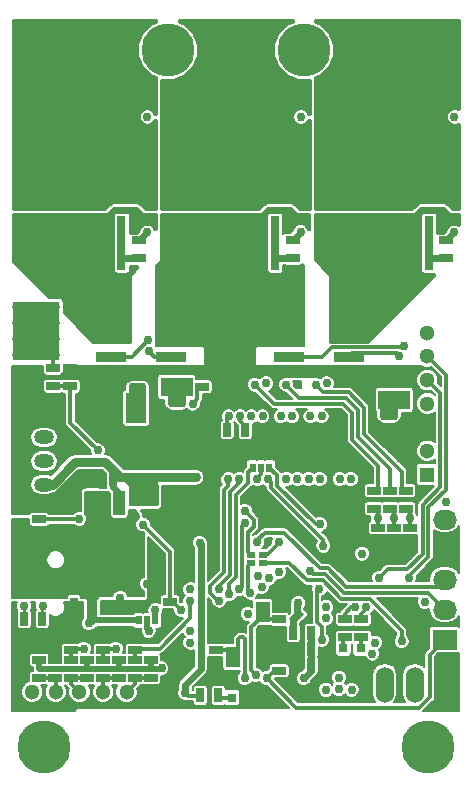
<source format=gbl>
G04 #@! TF.FileFunction,Copper,L4,Bot,Signal*
%FSLAX46Y46*%
G04 Gerber Fmt 4.6, Leading zero omitted, Abs format (unit mm)*
G04 Created by KiCad (PCBNEW (2015-12-03 BZR 6346, Git b04f18b)-product) date 10.01.2016 19:16:16*
%MOMM*%
G01*
G04 APERTURE LIST*
%ADD10C,0.150000*%
%ADD11C,4.500000*%
%ADD12R,1.300000X1.300000*%
%ADD13C,1.300000*%
%ADD14R,1.699260X1.198880*%
%ADD15O,1.699260X1.198880*%
%ADD16R,1.800860X2.499360*%
%ADD17R,2.540000X5.588000*%
%ADD18R,2.540000X0.889000*%
%ADD19R,2.032000X1.727200*%
%ADD20O,2.032000X1.727200*%
%ADD21R,1.198880X1.800860*%
%ADD22O,1.524000X3.048000*%
%ADD23R,0.797560X0.797560*%
%ADD24R,4.000000X5.000000*%
%ADD25R,1.143000X0.635000*%
%ADD26R,0.635000X1.143000*%
%ADD27R,3.657600X2.032000*%
%ADD28R,1.016000X2.032000*%
%ADD29R,2.692400X1.600200*%
%ADD30R,0.762000X0.508000*%
%ADD31R,0.508000X0.762000*%
%ADD32R,2.499360X1.800860*%
%ADD33R,10.800000X9.400000*%
%ADD34R,0.800000X4.600000*%
%ADD35C,0.750000*%
%ADD36C,0.800000*%
%ADD37C,0.300000*%
%ADD38C,0.800000*%
%ADD39C,0.290000*%
%ADD40C,0.600000*%
%ADD41C,0.500000*%
%ADD42C,0.480000*%
%ADD43C,0.400000*%
%ADD44C,0.200000*%
G04 APERTURE END LIST*
D10*
D11*
X116725000Y-146900000D03*
X84225000Y-146900000D03*
X106225000Y-87900000D03*
X94725000Y-87900000D03*
D12*
X93250000Y-142275000D03*
D13*
X89250000Y-142275000D03*
X91250000Y-142275000D03*
X87250000Y-142275000D03*
X85250000Y-142275000D03*
X83250000Y-142275000D03*
D12*
X116700000Y-123870000D03*
D13*
X116700000Y-119870000D03*
X116700000Y-121870000D03*
X116700000Y-117870000D03*
X116700000Y-115870000D03*
X116700000Y-113870000D03*
X116700000Y-111870000D03*
D14*
X84250000Y-118725000D03*
D15*
X84250000Y-122725000D03*
X84250000Y-120725000D03*
X84250000Y-124725000D03*
D16*
X92025000Y-122248980D03*
X92025000Y-118251020D03*
D17*
X89960000Y-109752000D03*
X95040000Y-109752000D03*
D18*
X89960000Y-113879500D03*
X95040000Y-113879500D03*
D19*
X118175000Y-137840000D03*
D20*
X118175000Y-135300000D03*
X118175000Y-132760000D03*
X118175000Y-130220000D03*
X118175000Y-127680000D03*
D17*
X104960000Y-109752000D03*
X110040000Y-109752000D03*
D18*
X104960000Y-113879500D03*
X110040000Y-113879500D03*
D21*
X102749680Y-139324920D03*
X100250320Y-139324920D03*
X100250320Y-135525080D03*
X102749680Y-135525080D03*
D22*
X113095000Y-141650000D03*
X115635000Y-141650000D03*
X118175000Y-141650000D03*
D23*
X111050000Y-138575700D03*
X111050000Y-140074300D03*
X109600000Y-138575700D03*
X109600000Y-140074300D03*
X100125000Y-142749300D03*
X100125000Y-141250700D03*
D24*
X83600000Y-111700000D03*
X100000000Y-110050000D03*
D25*
X94925000Y-136162000D03*
X94925000Y-134638000D03*
X85200000Y-139563000D03*
X85200000Y-141087000D03*
X91950000Y-138737000D03*
X91950000Y-137213000D03*
X89250000Y-138737000D03*
X89250000Y-137213000D03*
X86550000Y-138737000D03*
X86550000Y-137213000D03*
D10*
G36*
X103957567Y-134965790D02*
X104765790Y-134157567D01*
X105214803Y-134606580D01*
X104406580Y-135414803D01*
X103957567Y-134965790D01*
X103957567Y-134965790D01*
G37*
G36*
X105035197Y-136043420D02*
X105843420Y-135235197D01*
X106292433Y-135684210D01*
X105484210Y-136492433D01*
X105035197Y-136043420D01*
X105035197Y-136043420D01*
G37*
D25*
X98825000Y-138737000D03*
X98825000Y-137213000D03*
D26*
X88325000Y-134875000D03*
X86801000Y-134875000D03*
X105363000Y-139975000D03*
X106887000Y-139975000D03*
D25*
X104175000Y-138963000D03*
X104175000Y-140487000D03*
D26*
X105363000Y-138625000D03*
X106887000Y-138625000D03*
D25*
X104175000Y-136113000D03*
X104175000Y-137637000D03*
X85025000Y-114863000D03*
X85025000Y-116387000D03*
X86475000Y-114863000D03*
X86475000Y-116387000D03*
D26*
X84112000Y-136075000D03*
X82588000Y-136075000D03*
D25*
X83850000Y-141087000D03*
X83850000Y-139563000D03*
X86550000Y-141087000D03*
X86550000Y-139563000D03*
X89250000Y-141087000D03*
X89250000Y-139563000D03*
X91950000Y-141087000D03*
X91950000Y-139563000D03*
X93300000Y-141087000D03*
X93300000Y-139563000D03*
X90600000Y-141087000D03*
X90600000Y-139563000D03*
X87900000Y-141087000D03*
X87900000Y-139563000D03*
D26*
X99012000Y-142575000D03*
X97488000Y-142575000D03*
D25*
X114900000Y-125238000D03*
X114900000Y-126762000D03*
X115225000Y-129912000D03*
X115225000Y-128388000D03*
D26*
X101288000Y-120100000D03*
X102812000Y-120100000D03*
D25*
X113550000Y-125238000D03*
X113550000Y-126762000D03*
X113875000Y-129912000D03*
X113875000Y-128388000D03*
X118300000Y-105562000D03*
X118300000Y-104038000D03*
X112200000Y-125238000D03*
X112200000Y-126762000D03*
X112525000Y-129912000D03*
X112525000Y-128388000D03*
X105300000Y-105562000D03*
X105300000Y-104038000D03*
X111125000Y-137637000D03*
X111125000Y-136113000D03*
X109725000Y-137637000D03*
X109725000Y-136113000D03*
X92300000Y-105562000D03*
X92300000Y-104038000D03*
X83825000Y-127662000D03*
X83825000Y-126138000D03*
D27*
X88325000Y-132877000D03*
D28*
X88325000Y-126273000D03*
X90611000Y-126273000D03*
X86039000Y-126273000D03*
D29*
X95500000Y-119272000D03*
X95500000Y-116478000D03*
X113900000Y-117578000D03*
X113900000Y-120372000D03*
D30*
X102750000Y-131380600D03*
X102750000Y-130669400D03*
X101775000Y-131380600D03*
X101775000Y-130669400D03*
D31*
X102625000Y-123275000D03*
X103336200Y-123275000D03*
X101913800Y-123275000D03*
D26*
X101287000Y-120100000D03*
X99763000Y-120100000D03*
X90087000Y-124275000D03*
X88563000Y-124275000D03*
X105363000Y-137275000D03*
X106887000Y-137275000D03*
D31*
X92975000Y-136225000D03*
X92263800Y-136225000D03*
X93686200Y-136225000D03*
D25*
X97650000Y-114913000D03*
X97650000Y-116437000D03*
D32*
X92676020Y-125625000D03*
X96673980Y-125625000D03*
D33*
X100000000Y-95100000D03*
D34*
X103810000Y-104250000D03*
X102540000Y-104250000D03*
X101270000Y-104250000D03*
X98730000Y-104250000D03*
X97460000Y-104250000D03*
X96190000Y-104250000D03*
D33*
X87000000Y-95100000D03*
D34*
X90810000Y-104250000D03*
X89540000Y-104250000D03*
X88270000Y-104250000D03*
X85730000Y-104250000D03*
X84460000Y-104250000D03*
X83190000Y-104250000D03*
D33*
X113000000Y-95100000D03*
D34*
X116810000Y-104250000D03*
X115540000Y-104250000D03*
X114270000Y-104250000D03*
X111730000Y-104250000D03*
X110460000Y-104250000D03*
X109190000Y-104250000D03*
D35*
X97125000Y-124100000D03*
X82575000Y-135000000D03*
X91000000Y-124100000D03*
X93675000Y-135350000D03*
X114825000Y-115525000D03*
X114075000Y-115525000D03*
X111625000Y-123950000D03*
X111250000Y-123300000D03*
X110500000Y-123300000D03*
X109750000Y-123300000D03*
X108250000Y-123300000D03*
X109000000Y-123300000D03*
X110875000Y-122650000D03*
X110125000Y-122650000D03*
X108625000Y-122650000D03*
X109375000Y-122650000D03*
X109750000Y-122000000D03*
X108250000Y-122000000D03*
X109000000Y-122000000D03*
X98375000Y-123950000D03*
X98000000Y-123300000D03*
X98750000Y-123300000D03*
X99500000Y-123300000D03*
X100250000Y-123300000D03*
X99875000Y-122650000D03*
X99125000Y-122650000D03*
X97625000Y-122650000D03*
X98375000Y-122650000D03*
X98000000Y-122000000D03*
X98750000Y-122000000D03*
X99500000Y-122000000D03*
X100250000Y-122000000D03*
X94900000Y-120575000D03*
X94150000Y-120575000D03*
X90625000Y-121725000D03*
X90625000Y-122525000D03*
X87750000Y-124650000D03*
X87750000Y-123850000D03*
X114450000Y-116175000D03*
X113700000Y-116175000D03*
X114400000Y-122475000D03*
X112950000Y-116175000D03*
X112100000Y-139975000D03*
X88225000Y-137800000D03*
X98475000Y-141450000D03*
X86725000Y-135950000D03*
X85925000Y-135950000D03*
X112150000Y-131625000D03*
X112625000Y-130725000D03*
X115125000Y-130725000D03*
X113575000Y-138075000D03*
X109150000Y-129800000D03*
X114400000Y-121675000D03*
X113600000Y-121675000D03*
X93600000Y-130325000D03*
X92976691Y-133125928D03*
X94650000Y-136975000D03*
X95150000Y-140100000D03*
X90700000Y-134300000D03*
X85025000Y-126275000D03*
X87075000Y-126675000D03*
X87075000Y-125875000D03*
X105225000Y-141150000D03*
X96125000Y-130275000D03*
X97850000Y-128800000D03*
X104000000Y-134200000D03*
X103225000Y-129550000D03*
X102925000Y-137750000D03*
X100075000Y-137100000D03*
X108225000Y-139850000D03*
X98975000Y-139850000D03*
X109600000Y-118950000D03*
X108800000Y-118950000D03*
D36*
X98400000Y-108025000D03*
X101600000Y-108025000D03*
X100800000Y-108025000D03*
X100000000Y-108025000D03*
X99200000Y-108025000D03*
X98800000Y-108700000D03*
X99600000Y-108700000D03*
X100400000Y-108700000D03*
X101200000Y-108700000D03*
X101600000Y-109375000D03*
X100800000Y-109375000D03*
X98400000Y-109375000D03*
X99200000Y-109375000D03*
X100000000Y-109375000D03*
X101200000Y-110050000D03*
X100400000Y-110050000D03*
X99600000Y-110050000D03*
X98800000Y-110050000D03*
X98400000Y-110725000D03*
X99200000Y-110725000D03*
X101600000Y-110725000D03*
X100800000Y-110725000D03*
X100000000Y-110725000D03*
X98800000Y-111400000D03*
X99600000Y-111400000D03*
X101200000Y-111400000D03*
X100400000Y-111400000D03*
X98400000Y-112075000D03*
X99200000Y-112075000D03*
X100000000Y-112075000D03*
X100800000Y-112075000D03*
X101600000Y-112075000D03*
D35*
X94150000Y-121500000D03*
X94150000Y-122250000D03*
X94150000Y-123000000D03*
X105975000Y-102375000D03*
X105750000Y-116250000D03*
X103100000Y-141125000D03*
X101250000Y-141100000D03*
X107600000Y-128075000D03*
X91800000Y-116500000D03*
X92550000Y-116500000D03*
X102175000Y-140825000D03*
X84125000Y-135000000D03*
X106775000Y-132075000D03*
X102700000Y-133375000D03*
X102275000Y-129600000D03*
X99900000Y-118950000D03*
X91925000Y-127350000D03*
X94200000Y-140275000D03*
X111175000Y-130575000D03*
X88050000Y-136450000D03*
X105775000Y-134750000D03*
X97425000Y-129650000D03*
X96225000Y-142375000D03*
X112050000Y-139025000D03*
X95900000Y-117775000D03*
X95100000Y-117775000D03*
X113050000Y-118875000D03*
X113850000Y-118875000D03*
D36*
X85200000Y-113725000D03*
X82000000Y-113725000D03*
X83600000Y-113725000D03*
X85200000Y-109675000D03*
X84400000Y-109675000D03*
X83600000Y-109675000D03*
X82000000Y-109675000D03*
X82800000Y-109675000D03*
X82400000Y-110350000D03*
X84800000Y-110350000D03*
X84000000Y-110350000D03*
X83200000Y-110350000D03*
X85200000Y-111025000D03*
X84400000Y-111025000D03*
X83600000Y-111025000D03*
X82000000Y-111025000D03*
X82800000Y-111025000D03*
X82800000Y-113725000D03*
X84400000Y-113725000D03*
X84800000Y-113050000D03*
X84000000Y-113050000D03*
X82400000Y-113050000D03*
X83200000Y-113050000D03*
X82000000Y-112375000D03*
X85200000Y-112375000D03*
X84400000Y-112375000D03*
X83600000Y-112375000D03*
X82800000Y-112375000D03*
X82400000Y-111700000D03*
X84800000Y-111700000D03*
X84000000Y-111700000D03*
X83200000Y-111700000D03*
D35*
X88800000Y-121825000D03*
X92625000Y-128100000D03*
X95875000Y-135350000D03*
X101500000Y-135675000D03*
X114525000Y-137975000D03*
X102100000Y-116250000D03*
D36*
X89000000Y-89500000D03*
X88200000Y-89500000D03*
X87400000Y-89500000D03*
X86600000Y-89500000D03*
X85800000Y-89500000D03*
X85000000Y-89500000D03*
X85000000Y-88700000D03*
X85000000Y-87900000D03*
X85000000Y-87100000D03*
X85000000Y-86300000D03*
X85800000Y-86300000D03*
X85800000Y-87100000D03*
X85800000Y-87900000D03*
X85800000Y-88700000D03*
X89000000Y-88700000D03*
X89000000Y-87900000D03*
X89000000Y-86300000D03*
X89000000Y-87100000D03*
X86600000Y-88700000D03*
X86600000Y-87900000D03*
X86600000Y-87100000D03*
X86600000Y-86300000D03*
X87400000Y-86300000D03*
X87400000Y-87100000D03*
X87400000Y-87900000D03*
X87400000Y-88700000D03*
X88200000Y-88700000D03*
X88200000Y-87900000D03*
X88200000Y-87100000D03*
X88200000Y-86300000D03*
D35*
X104750000Y-116250000D03*
D36*
X102000000Y-89500000D03*
X101200000Y-89500000D03*
X100400000Y-89500000D03*
X99600000Y-89500000D03*
X98800000Y-89500000D03*
X98000000Y-89500000D03*
X98000000Y-88700000D03*
X98000000Y-87900000D03*
X98000000Y-87100000D03*
X98000000Y-86300000D03*
X98800000Y-86300000D03*
X98800000Y-87100000D03*
X98800000Y-87900000D03*
X98800000Y-88700000D03*
X99600000Y-88700000D03*
X99600000Y-87900000D03*
X99600000Y-87100000D03*
X99600000Y-86300000D03*
X101200000Y-86300000D03*
X102000000Y-86300000D03*
X102000000Y-87100000D03*
X101200000Y-87100000D03*
X101200000Y-87900000D03*
X102000000Y-87900000D03*
X102000000Y-88700000D03*
X101200000Y-88700000D03*
X100400000Y-88700000D03*
X100400000Y-87900000D03*
X100400000Y-87100000D03*
X100400000Y-86300000D03*
D35*
X107250000Y-116250000D03*
D36*
X115000000Y-89500000D03*
X114200000Y-89500000D03*
X113400000Y-89500000D03*
X112600000Y-89500000D03*
X111800000Y-89500000D03*
X111000000Y-89500000D03*
X111000000Y-86300000D03*
X111000000Y-87100000D03*
X111000000Y-87900000D03*
X111000000Y-88700000D03*
X111800000Y-88700000D03*
X111800000Y-87900000D03*
X111800000Y-87100000D03*
X111800000Y-86300000D03*
X112600000Y-86300000D03*
X112600000Y-87100000D03*
X112600000Y-87900000D03*
X112600000Y-88700000D03*
X115000000Y-88700000D03*
X115000000Y-87900000D03*
X115000000Y-87100000D03*
X115000000Y-86300000D03*
X114200000Y-86300000D03*
X114200000Y-87100000D03*
X114200000Y-87900000D03*
X114200000Y-88700000D03*
X113400000Y-88700000D03*
X113400000Y-87900000D03*
X113400000Y-87100000D03*
X113400000Y-86300000D03*
D35*
X92975000Y-102375000D03*
X103050000Y-116150000D03*
X108200000Y-116150000D03*
X118975000Y-102375000D03*
X109225000Y-142025000D03*
X115225000Y-127575000D03*
X109225000Y-141075000D03*
X113875000Y-127575000D03*
X101800000Y-118950000D03*
X92975000Y-93562000D03*
X102750000Y-118950000D03*
X92975000Y-103338000D03*
X108125000Y-142100000D03*
X112525000Y-127575000D03*
X104300000Y-118950000D03*
X105975000Y-93562000D03*
X105250000Y-118950000D03*
X105975000Y-103338000D03*
X106800000Y-118950000D03*
X118975000Y-93562000D03*
X107750000Y-118950000D03*
X118975000Y-103338000D03*
X93075000Y-112475000D03*
X93175000Y-113425000D03*
X114325000Y-113825000D03*
X114750000Y-112975000D03*
X110225000Y-124250000D03*
X108125000Y-135100000D03*
X107900000Y-129900000D03*
X103250000Y-124250000D03*
X104750000Y-124250000D03*
X96625000Y-133600000D03*
X99075000Y-134550000D03*
X99850000Y-124250000D03*
X104125000Y-132100000D03*
X107600000Y-124250000D03*
X103300000Y-132625000D03*
X106650000Y-124250000D03*
X102350000Y-132425000D03*
X105700000Y-124250000D03*
X96625000Y-134600000D03*
X96625000Y-138100000D03*
X90325000Y-138600000D03*
X87625000Y-138600000D03*
X96625000Y-137100000D03*
X111525000Y-135125000D03*
X110575000Y-135125000D03*
X87250000Y-127625000D03*
X118275000Y-126225000D03*
X110300000Y-142100000D03*
X116475000Y-134650000D03*
X112275000Y-138100000D03*
X115125000Y-132625000D03*
X107800000Y-137850000D03*
X112625000Y-132625000D03*
X107550000Y-133575000D03*
X104175000Y-129600000D03*
X101700000Y-133875000D03*
X101250000Y-126950000D03*
X102300000Y-124250000D03*
X100850000Y-118950000D03*
X99075000Y-133600000D03*
X100800000Y-124250000D03*
X99925000Y-134025000D03*
X100775000Y-133600000D03*
X101250000Y-128000000D03*
X106250000Y-141125000D03*
X96850000Y-117875000D03*
X93100000Y-137100000D03*
X108125000Y-136050000D03*
X109275000Y-124250000D03*
D37*
X92626020Y-125625000D02*
X92350000Y-125625000D01*
X92350000Y-125625000D02*
X91000000Y-124275000D01*
X91000000Y-124275000D02*
X91000000Y-124100000D01*
D38*
X97125000Y-124100000D02*
X91000000Y-124100000D01*
D39*
X82588000Y-136075000D02*
X82588000Y-135013000D01*
X82588000Y-135013000D02*
X82575000Y-135000000D01*
D38*
X84250000Y-124725000D02*
X84975000Y-124725000D01*
X84975000Y-124725000D02*
X86875000Y-122825000D01*
X86875000Y-122825000D02*
X89450000Y-122825000D01*
X89450000Y-122825000D02*
X90725000Y-124100000D01*
D40*
X90611000Y-126273000D02*
X90425000Y-126087000D01*
X90425000Y-126087000D02*
X90425000Y-125275000D01*
X90425000Y-125275000D02*
X90087000Y-124937000D01*
X90087000Y-124937000D02*
X90087000Y-124275000D01*
X90087000Y-124275000D02*
X90262000Y-124100000D01*
D38*
X90262000Y-124100000D02*
X90725000Y-124100000D01*
X90725000Y-124100000D02*
X91000000Y-124100000D01*
D41*
X93686200Y-136225000D02*
X93686200Y-135361200D01*
X93686200Y-135361200D02*
X93675000Y-135350000D01*
D37*
X98750000Y-116775000D02*
X98750000Y-122000000D01*
X97500000Y-125625000D02*
X98375000Y-124750000D01*
X98375000Y-124750000D02*
X98375000Y-123950000D01*
X96623980Y-125625000D02*
X97500000Y-125625000D01*
X100000000Y-115525000D02*
X98750000Y-116775000D01*
X97650000Y-114913000D02*
X99388000Y-114913000D01*
X99388000Y-114913000D02*
X100000000Y-115525000D01*
X112100000Y-139975000D02*
X112000700Y-140074300D01*
X112000700Y-140074300D02*
X111050000Y-140074300D01*
X109600000Y-140074300D02*
X111050000Y-140074300D01*
X108225000Y-139850000D02*
X108449300Y-140074300D01*
X108449300Y-140074300D02*
X109600000Y-140074300D01*
X86550000Y-137213000D02*
X88225000Y-137213000D01*
X88225000Y-137213000D02*
X89250000Y-137213000D01*
X88225000Y-137800000D02*
X88225000Y-137213000D01*
X88700000Y-116650000D02*
X88700000Y-119800000D01*
X88700000Y-119800000D02*
X90625000Y-121725000D01*
X86913000Y-114863000D02*
X88700000Y-116650000D01*
X86475000Y-114863000D02*
X86913000Y-114863000D01*
X98730000Y-104250000D02*
X100000000Y-104250000D01*
X100000000Y-104250000D02*
X101270000Y-104250000D01*
X100000000Y-108025000D02*
X100000000Y-104250000D01*
X100000000Y-112075000D02*
X100000000Y-115525000D01*
X102812000Y-120238000D02*
X101050000Y-122000000D01*
X101050000Y-122000000D02*
X100250000Y-122000000D01*
X102812000Y-120100000D02*
X102812000Y-120238000D01*
X83825000Y-126138000D02*
X83962000Y-126275000D01*
X83962000Y-126275000D02*
X85025000Y-126275000D01*
X85200000Y-139563000D02*
X85200000Y-136675000D01*
X85200000Y-136675000D02*
X85925000Y-135950000D01*
X94900000Y-120575000D02*
X95500000Y-119975000D01*
X95500000Y-119975000D02*
X95500000Y-119272000D01*
X90625000Y-122525000D02*
X90901020Y-122248980D01*
X90901020Y-122248980D02*
X92025000Y-122248980D01*
X87750000Y-123850000D02*
X88138000Y-123850000D01*
X88138000Y-123850000D02*
X88563000Y-124275000D01*
X98475000Y-141450000D02*
X98674300Y-141250700D01*
X98674300Y-141250700D02*
X100125000Y-141250700D01*
X86725000Y-135950000D02*
X86801000Y-135874000D01*
X86801000Y-135874000D02*
X86801000Y-134875000D01*
X112525000Y-129912000D02*
X112525000Y-130625000D01*
X112525000Y-130625000D02*
X112625000Y-130725000D01*
X115225000Y-129912000D02*
X115225000Y-130625000D01*
X115225000Y-130625000D02*
X115125000Y-130725000D01*
X113875000Y-129912000D02*
X115225000Y-129912000D01*
X112525000Y-129912000D02*
X113875000Y-129912000D01*
X113600000Y-121675000D02*
X113900000Y-121375000D01*
X113900000Y-121375000D02*
X113900000Y-120372000D01*
X101270000Y-104250000D02*
X102540000Y-104250000D01*
X97460000Y-104250000D02*
X98730000Y-104250000D01*
X96190000Y-104250000D02*
X97460000Y-104250000D01*
X104960000Y-109752000D02*
X102573000Y-109752000D01*
X102573000Y-109752000D02*
X101600000Y-110725000D01*
X95040000Y-109752000D02*
X97427000Y-109752000D01*
X97427000Y-109752000D02*
X98400000Y-110725000D01*
X89250000Y-137213000D02*
X91950000Y-137213000D01*
X94925000Y-136162000D02*
X94925000Y-136700000D01*
X94925000Y-136700000D02*
X94650000Y-136975000D01*
X85025000Y-126275000D02*
X86039000Y-126275000D01*
X86039000Y-126275000D02*
X86439000Y-125875000D01*
X86439000Y-125875000D02*
X87075000Y-125875000D01*
X105225000Y-141150000D02*
X105363000Y-141012000D01*
X105363000Y-141012000D02*
X105363000Y-139975000D01*
X104586185Y-134786185D02*
X104000000Y-134200000D01*
X104175000Y-138963000D02*
X104175000Y-137637000D01*
X105363000Y-139975000D02*
X105363000Y-138625000D01*
X102925000Y-137750000D02*
X103038000Y-137637000D01*
X103038000Y-137637000D02*
X104175000Y-137637000D01*
X102749680Y-139324920D02*
X102749680Y-137925320D01*
X102749680Y-137925320D02*
X102925000Y-137750000D01*
X100075000Y-137100000D02*
X100250320Y-136924680D01*
X100250320Y-136924680D02*
X100250320Y-135525080D01*
X98825000Y-137213000D02*
X99962000Y-137213000D01*
X99962000Y-137213000D02*
X100075000Y-137100000D01*
D40*
X103200000Y-101450000D02*
X105050000Y-101450000D01*
X105050000Y-101450000D02*
X105975000Y-102375000D01*
X103200000Y-101450000D02*
X102540000Y-102110000D01*
X102540000Y-102110000D02*
X102540000Y-104250000D01*
D37*
X103100000Y-141125000D02*
X105575000Y-143600000D01*
X116900000Y-139115000D02*
X118175000Y-137840000D01*
X105575000Y-143600000D02*
X116025000Y-143600000D01*
X116025000Y-143600000D02*
X116900000Y-142725000D01*
X116900000Y-142725000D02*
X116900000Y-139115000D01*
X103100000Y-141125000D02*
X103738000Y-140487000D01*
X103738000Y-140487000D02*
X104175000Y-140487000D01*
X98825000Y-138737000D02*
X99662400Y-138737000D01*
X99662400Y-138737000D02*
X100250320Y-139324920D01*
X101250000Y-141100000D02*
X101300000Y-141050000D01*
X101300000Y-141050000D02*
X101300000Y-137800000D01*
X101300000Y-137800000D02*
X101125000Y-137625000D01*
X101125000Y-137625000D02*
X100875000Y-137625000D01*
X100875000Y-137625000D02*
X100700000Y-137800000D01*
X100700000Y-137800000D02*
X100700000Y-138875240D01*
X100700000Y-138875240D02*
X100250320Y-139324920D01*
X107600000Y-128075000D02*
X107275000Y-128075000D01*
X107275000Y-128075000D02*
X104000000Y-124800000D01*
X104000000Y-124800000D02*
X104000000Y-123938800D01*
X104000000Y-123938800D02*
X103336200Y-123275000D01*
X91800000Y-116500000D02*
X92550000Y-116500000D01*
X92025000Y-118251020D02*
X92025000Y-117025000D01*
X92025000Y-117025000D02*
X92550000Y-116500000D01*
X104175000Y-136113000D02*
X103337600Y-136113000D01*
X103337600Y-136113000D02*
X102749680Y-135525080D01*
X101800000Y-136775000D02*
X102749680Y-135825320D01*
X102749680Y-135825320D02*
X102749680Y-135525080D01*
X101800000Y-140450000D02*
X101800000Y-136775000D01*
X102175000Y-140825000D02*
X101800000Y-140450000D01*
X111050000Y-138575700D02*
X111050000Y-137712000D01*
X111050000Y-137712000D02*
X111125000Y-137637000D01*
X109600000Y-138575700D02*
X109600000Y-137762000D01*
X109600000Y-137762000D02*
X109725000Y-137637000D01*
D40*
X118300000Y-105562000D02*
X116810000Y-105562000D01*
X116810000Y-105562000D02*
X116810000Y-104250000D01*
X105300000Y-105562000D02*
X103810000Y-105562000D01*
X103810000Y-105562000D02*
X103810000Y-104250000D01*
X92300000Y-105562000D02*
X90810000Y-105562000D01*
X90810000Y-105562000D02*
X90810000Y-104250000D01*
D39*
X84112000Y-136075000D02*
X84112000Y-135013000D01*
X84112000Y-135013000D02*
X84125000Y-135000000D01*
D37*
X106775000Y-132075000D02*
X107025000Y-132325000D01*
X107025000Y-132325000D02*
X108075000Y-132325000D01*
X108075000Y-132325000D02*
X109625000Y-133875000D01*
X109625000Y-133875000D02*
X116750000Y-133875000D01*
X116750000Y-133875000D02*
X118175000Y-135300000D01*
X102275000Y-129600000D02*
X102275000Y-129450000D01*
X102275000Y-129450000D02*
X102925000Y-128800000D01*
X102925000Y-128800000D02*
X104600000Y-128800000D01*
X104600000Y-128800000D02*
X107625000Y-131825000D01*
X107625000Y-131825000D02*
X108300000Y-131825000D01*
X108300000Y-131825000D02*
X109850000Y-133375000D01*
X109850000Y-133375000D02*
X117560000Y-133375000D01*
X117560000Y-133375000D02*
X118175000Y-132760000D01*
D40*
X97425000Y-129650000D02*
X97525000Y-129750000D01*
X97525000Y-129750000D02*
X97525000Y-140350000D01*
X97525000Y-140350000D02*
X96225000Y-141650000D01*
X96225000Y-141650000D02*
X96225000Y-142375000D01*
D37*
X99763000Y-120100000D02*
X99763000Y-119087000D01*
X99763000Y-119087000D02*
X99900000Y-118950000D01*
X88325000Y-127825000D02*
X88325000Y-126275000D01*
X88325000Y-132879000D02*
X88325000Y-127825000D01*
X88325000Y-127825000D02*
X91450000Y-127825000D01*
D38*
X91450000Y-127825000D02*
X91925000Y-127350000D01*
D40*
X105363000Y-136164630D02*
X105363000Y-137275000D01*
D42*
X93300000Y-140325000D02*
X94150000Y-140325000D01*
X94150000Y-140325000D02*
X94200000Y-140275000D01*
X90600000Y-140325000D02*
X93300000Y-140325000D01*
X93300000Y-140325000D02*
X93300000Y-139563000D01*
D37*
X96225000Y-142375000D02*
X96450000Y-142600000D01*
X96450000Y-142600000D02*
X97463000Y-142600000D01*
X97463000Y-142600000D02*
X97488000Y-142575000D01*
D41*
X88050000Y-136450000D02*
X88275000Y-136225000D01*
X88275000Y-136225000D02*
X92263800Y-136225000D01*
D37*
X88325000Y-134875000D02*
X88325000Y-136175000D01*
X88325000Y-136175000D02*
X88050000Y-136450000D01*
X88325000Y-132877000D02*
X88325000Y-134875000D01*
D42*
X83850000Y-140325000D02*
X83850000Y-139563000D01*
X87900000Y-140325000D02*
X83850000Y-140325000D01*
X90600000Y-140325000D02*
X87900000Y-140325000D01*
X87900000Y-140325000D02*
X87900000Y-139563000D01*
X90600000Y-139563000D02*
X90600000Y-140325000D01*
D40*
X105663815Y-135863815D02*
X105663815Y-134861185D01*
X105663815Y-134861185D02*
X105775000Y-134750000D01*
X105663815Y-135863815D02*
X105363000Y-136164630D01*
D37*
X85025000Y-114863000D02*
X85025000Y-113900000D01*
X85025000Y-113900000D02*
X85200000Y-113725000D01*
X113900000Y-117578000D02*
X113900000Y-118825000D01*
X113900000Y-118825000D02*
X113850000Y-118875000D01*
X95500000Y-117375000D02*
X95100000Y-117775000D01*
X95500000Y-116478000D02*
X95500000Y-117375000D01*
X95500000Y-117375000D02*
X95900000Y-117775000D01*
X88800000Y-121825000D02*
X86475000Y-119500000D01*
X86475000Y-119500000D02*
X86475000Y-116387000D01*
X92625000Y-128100000D02*
X94925000Y-130400000D01*
X94925000Y-130400000D02*
X94925000Y-134638000D01*
X86475000Y-116387000D02*
X85025000Y-116387000D01*
X95875000Y-135350000D02*
X95163000Y-134638000D01*
X95163000Y-134638000D02*
X94925000Y-134638000D01*
X102750000Y-131380600D02*
X102780600Y-131350000D01*
X102780600Y-131350000D02*
X105000000Y-131350000D01*
X105000000Y-131350000D02*
X106475000Y-132825000D01*
X106475000Y-132825000D02*
X107850000Y-132825000D01*
X107850000Y-132825000D02*
X109400000Y-134375000D01*
X109400000Y-134375000D02*
X111825000Y-134375000D01*
X111825000Y-134375000D02*
X114525000Y-137075000D01*
X114525000Y-137075000D02*
X114525000Y-137975000D01*
X102100000Y-116250000D02*
X103750000Y-117900000D01*
X103750000Y-117900000D02*
X109600000Y-117900000D01*
X109600000Y-117900000D02*
X110350000Y-118650000D01*
X110350000Y-118650000D02*
X110350000Y-120925000D01*
X110350000Y-120925000D02*
X112550000Y-123125000D01*
X112550000Y-123125000D02*
X112550000Y-124888000D01*
X112550000Y-124888000D02*
X112200000Y-125238000D01*
X87000000Y-95100000D02*
X87000000Y-91500000D01*
X87000000Y-91500000D02*
X85000000Y-89500000D01*
X104750000Y-116300000D02*
X105850000Y-117400000D01*
X104750000Y-116250000D02*
X104750000Y-116300000D01*
X105850000Y-117400000D02*
X109825000Y-117400000D01*
X110850000Y-118425000D02*
X110850000Y-120700000D01*
X109825000Y-117400000D02*
X110850000Y-118425000D01*
X110850000Y-120700000D02*
X113550000Y-123400000D01*
X113550000Y-123400000D02*
X113550000Y-125238000D01*
X100000000Y-95100000D02*
X100000000Y-91500000D01*
X100000000Y-91500000D02*
X98000000Y-89500000D01*
X107250000Y-116250000D02*
X107900000Y-116900000D01*
X107900000Y-116900000D02*
X110050000Y-116900000D01*
X110050000Y-116900000D02*
X111350000Y-118200000D01*
X111350000Y-118200000D02*
X111350000Y-120475000D01*
X111350000Y-120475000D02*
X114550000Y-123675000D01*
X114550000Y-123675000D02*
X114550000Y-124888000D01*
X114550000Y-124888000D02*
X114900000Y-125238000D01*
X113000000Y-95100000D02*
X113000000Y-91500000D01*
X113000000Y-91500000D02*
X111000000Y-89500000D01*
X89540000Y-104250000D02*
X89540000Y-109332000D01*
X89540000Y-109332000D02*
X89960000Y-109752000D01*
X88270000Y-104250000D02*
X89540000Y-104250000D01*
X85730000Y-104250000D02*
X88270000Y-104250000D01*
X84460000Y-104250000D02*
X85730000Y-104250000D01*
X83190000Y-104250000D02*
X84460000Y-104250000D01*
D40*
X90200000Y-101450000D02*
X92050000Y-101450000D01*
X92050000Y-101450000D02*
X92975000Y-102375000D01*
X90200000Y-101450000D02*
X89540000Y-102110000D01*
X89540000Y-102110000D02*
X89540000Y-104250000D01*
D37*
X110460000Y-104250000D02*
X110460000Y-109332000D01*
X110460000Y-109332000D02*
X110040000Y-109752000D01*
X114270000Y-104250000D02*
X115540000Y-104250000D01*
X111730000Y-104250000D02*
X114270000Y-104250000D01*
X110460000Y-104250000D02*
X111730000Y-104250000D01*
X109190000Y-104250000D02*
X110460000Y-104250000D01*
D40*
X116200000Y-101450000D02*
X118050000Y-101450000D01*
X118050000Y-101450000D02*
X118975000Y-102375000D01*
X116200000Y-101450000D02*
X115540000Y-102110000D01*
X115540000Y-102110000D02*
X115540000Y-104250000D01*
D37*
X115225000Y-127575000D02*
X115225000Y-127087000D01*
X115225000Y-127087000D02*
X114900000Y-126762000D01*
X115225000Y-128388000D02*
X115225000Y-127575000D01*
X113875000Y-127575000D02*
X113875000Y-127087000D01*
X113875000Y-127087000D02*
X113550000Y-126762000D01*
X113875000Y-128388000D02*
X113875000Y-127575000D01*
D40*
X92300000Y-104038000D02*
X92300000Y-104013000D01*
X92300000Y-104013000D02*
X92975000Y-103338000D01*
D37*
X112525000Y-127575000D02*
X112525000Y-127087000D01*
X112525000Y-127087000D02*
X112200000Y-126762000D01*
X112525000Y-128388000D02*
X112525000Y-127575000D01*
D40*
X105300000Y-104038000D02*
X105300000Y-104013000D01*
X105300000Y-104013000D02*
X105975000Y-103338000D01*
X118300000Y-104038000D02*
X118300000Y-104013000D01*
X118300000Y-104013000D02*
X118975000Y-103338000D01*
D37*
X93075000Y-112475000D02*
X91670500Y-113879500D01*
X91670500Y-113879500D02*
X89960000Y-113879500D01*
X93604500Y-113879500D02*
X95040000Y-113879500D01*
X93175000Y-113450000D02*
X93604500Y-113879500D01*
X93175000Y-113425000D02*
X93175000Y-113450000D01*
X110040000Y-113879500D02*
X110319500Y-113600000D01*
X110319500Y-113600000D02*
X114100000Y-113600000D01*
X114100000Y-113600000D02*
X114325000Y-113825000D01*
X104960000Y-113879500D02*
X107820500Y-113879500D01*
X107820500Y-113879500D02*
X108625000Y-113075000D01*
X108625000Y-113075000D02*
X114650000Y-113075000D01*
X114650000Y-113075000D02*
X114750000Y-112975000D01*
X103250000Y-124250000D02*
X103500000Y-124500000D01*
X103500000Y-124500000D02*
X103500000Y-125025000D01*
X103500000Y-125025000D02*
X107900000Y-129425000D01*
X107900000Y-129425000D02*
X107900000Y-129900000D01*
X99850000Y-124250000D02*
X99850000Y-124800000D01*
X99850000Y-124800000D02*
X99500000Y-125150000D01*
X99500000Y-125150000D02*
X99500000Y-132125000D01*
X99500000Y-132125000D02*
X98325000Y-133300000D01*
X98325000Y-133300000D02*
X98325000Y-133900000D01*
X98325000Y-133900000D02*
X98975000Y-134550000D01*
X98975000Y-134550000D02*
X99075000Y-134550000D01*
X85200000Y-141087000D02*
X85150000Y-141137000D01*
X85250000Y-141137000D02*
X85250000Y-142275000D01*
X83850000Y-141087000D02*
X85200000Y-141087000D01*
X92087000Y-138600000D02*
X94075000Y-138600000D01*
X91950000Y-138737000D02*
X92087000Y-138600000D01*
X94075000Y-138600000D02*
X96625000Y-136050000D01*
X96625000Y-136050000D02*
X96625000Y-134600000D01*
X91950000Y-139563000D02*
X91950000Y-138737000D01*
X90325000Y-138600000D02*
X89387000Y-138600000D01*
X89387000Y-138600000D02*
X89250000Y-138737000D01*
X89250000Y-139563000D02*
X89250000Y-138737000D01*
X86550000Y-138737000D02*
X86687000Y-138600000D01*
X86687000Y-138600000D02*
X87625000Y-138600000D01*
X86550000Y-139563000D02*
X86550000Y-138737000D01*
X100125000Y-142749300D02*
X99186300Y-142749300D01*
X99186300Y-142749300D02*
X99012000Y-142575000D01*
X86550000Y-141087000D02*
X86550000Y-141575000D01*
X86550000Y-141575000D02*
X87250000Y-142275000D01*
X87900000Y-141087000D02*
X86550000Y-141087000D01*
X89250000Y-141087000D02*
X89250000Y-142275000D01*
X89250000Y-141087000D02*
X90600000Y-141087000D01*
X91950000Y-141087000D02*
X91950000Y-141575000D01*
X91950000Y-141575000D02*
X91250000Y-142275000D01*
X91250000Y-142275000D02*
X91325000Y-142275000D01*
X91950000Y-141087000D02*
X93300000Y-141087000D01*
X111125000Y-135650000D02*
X111525000Y-135250000D01*
X111525000Y-135250000D02*
X111525000Y-135125000D01*
X111125000Y-136113000D02*
X111125000Y-135650000D01*
X109725000Y-135650000D02*
X110250000Y-135125000D01*
X110250000Y-135125000D02*
X110575000Y-135125000D01*
X109725000Y-136113000D02*
X109725000Y-135650000D01*
X87250000Y-127625000D02*
X87213000Y-127662000D01*
X87213000Y-127662000D02*
X83825000Y-127662000D01*
X118275000Y-115445000D02*
X116700000Y-113870000D01*
X116800000Y-130825000D02*
X116800000Y-126650000D01*
X115125000Y-132500000D02*
X116800000Y-130825000D01*
X115125000Y-132625000D02*
X115125000Y-132500000D01*
X116800000Y-126650000D02*
X118275000Y-125175000D01*
X118275000Y-125175000D02*
X118275000Y-115445000D01*
X117775000Y-116945000D02*
X116700000Y-115870000D01*
X117775000Y-124950000D02*
X117775000Y-116945000D01*
X113375000Y-131875000D02*
X115025000Y-131875000D01*
X116300000Y-126425000D02*
X117775000Y-124950000D01*
X116300000Y-130600000D02*
X116300000Y-126425000D01*
X115025000Y-131875000D02*
X116300000Y-130600000D01*
X112625000Y-132625000D02*
X113375000Y-131875000D01*
X107800000Y-137850000D02*
X107800000Y-136775000D01*
X107800000Y-136775000D02*
X107375000Y-136350000D01*
X107375000Y-136350000D02*
X107375000Y-133750000D01*
X107375000Y-133750000D02*
X107550000Y-133575000D01*
X103250000Y-130575000D02*
X104175000Y-129650000D01*
X104175000Y-129650000D02*
X104175000Y-129600000D01*
X102844400Y-130575000D02*
X103250000Y-130575000D01*
X102750000Y-130669400D02*
X102844400Y-130575000D01*
X101700000Y-133875000D02*
X101525000Y-133700000D01*
X101525000Y-133700000D02*
X101525000Y-131630600D01*
X101525000Y-131630600D02*
X101775000Y-131380600D01*
X101250000Y-126950000D02*
X102000000Y-127700000D01*
X102000000Y-127700000D02*
X102000000Y-128300000D01*
X102000000Y-128300000D02*
X101525000Y-128775000D01*
X101525000Y-128775000D02*
X101525000Y-130419400D01*
X101525000Y-130419400D02*
X101775000Y-130669400D01*
X102300000Y-124150000D02*
X102625000Y-123825000D01*
X102625000Y-123825000D02*
X102625000Y-123275000D01*
X102300000Y-124250000D02*
X102300000Y-124150000D01*
X100850000Y-119300000D02*
X101287000Y-119737000D01*
X101287000Y-119737000D02*
X101287000Y-120100000D01*
X100850000Y-118950000D02*
X100850000Y-119300000D01*
X99075000Y-133600000D02*
X99075000Y-133275000D01*
X99075000Y-133275000D02*
X100000000Y-132350000D01*
X100000000Y-132350000D02*
X100000000Y-125375000D01*
X100000000Y-125375000D02*
X100800000Y-124575000D01*
X100800000Y-124575000D02*
X100800000Y-124250000D01*
X99925000Y-134025000D02*
X99925000Y-133150000D01*
X99925000Y-133150000D02*
X100500000Y-132575000D01*
X100500000Y-132575000D02*
X100500000Y-125600000D01*
X100500000Y-125600000D02*
X101550000Y-124550000D01*
X101550000Y-124550000D02*
X101550000Y-123638800D01*
X101550000Y-123638800D02*
X101913800Y-123275000D01*
X100775000Y-133600000D02*
X101000000Y-133375000D01*
X101000000Y-133375000D02*
X101000000Y-128250000D01*
X101000000Y-128250000D02*
X101250000Y-128000000D01*
D40*
X106250000Y-141125000D02*
X106887000Y-140488000D01*
X106887000Y-140488000D02*
X106887000Y-139975000D01*
X106887000Y-138625000D02*
X106887000Y-137275000D01*
X106887000Y-139975000D02*
X106887000Y-138625000D01*
D37*
X97225000Y-116750000D02*
X97538000Y-116437000D01*
X97538000Y-116437000D02*
X97650000Y-116437000D01*
X97225000Y-117500000D02*
X97225000Y-116750000D01*
X96850000Y-117875000D02*
X97225000Y-117500000D01*
D41*
X93100000Y-137100000D02*
X92975000Y-136975000D01*
X92975000Y-136975000D02*
X92975000Y-136225000D01*
D43*
G36*
X93675000Y-85466547D02*
X93225856Y-85652129D01*
X92479749Y-86396935D01*
X92075461Y-87370570D01*
X92074541Y-88424805D01*
X92477129Y-89399144D01*
X93221935Y-90145251D01*
X93675000Y-90333380D01*
X93675000Y-93226681D01*
X93632396Y-93123571D01*
X93414575Y-92905370D01*
X93129833Y-92787135D01*
X92821519Y-92786866D01*
X92536571Y-92904604D01*
X92318370Y-93122425D01*
X92200135Y-93407167D01*
X92199866Y-93715481D01*
X92317604Y-94000429D01*
X92535425Y-94218630D01*
X92820167Y-94336865D01*
X93128481Y-94337134D01*
X93413429Y-94219396D01*
X93631630Y-94001575D01*
X93675000Y-93897128D01*
X93675000Y-101300000D01*
X92889949Y-101300000D01*
X92544975Y-100955025D01*
X92317879Y-100803284D01*
X92050000Y-100750000D01*
X90200000Y-100750000D01*
X89932121Y-100803284D01*
X89705025Y-100955025D01*
X89360050Y-101300000D01*
X81675000Y-101300000D01*
X81675000Y-85450000D01*
X93675000Y-85450000D01*
X93675000Y-85466547D01*
X93675000Y-85466547D01*
G37*
X93675000Y-85466547D02*
X93225856Y-85652129D01*
X92479749Y-86396935D01*
X92075461Y-87370570D01*
X92074541Y-88424805D01*
X92477129Y-89399144D01*
X93221935Y-90145251D01*
X93675000Y-90333380D01*
X93675000Y-93226681D01*
X93632396Y-93123571D01*
X93414575Y-92905370D01*
X93129833Y-92787135D01*
X92821519Y-92786866D01*
X92536571Y-92904604D01*
X92318370Y-93122425D01*
X92200135Y-93407167D01*
X92199866Y-93715481D01*
X92317604Y-94000429D01*
X92535425Y-94218630D01*
X92820167Y-94336865D01*
X93128481Y-94337134D01*
X93413429Y-94219396D01*
X93631630Y-94001575D01*
X93675000Y-93897128D01*
X93675000Y-101300000D01*
X92889949Y-101300000D01*
X92544975Y-100955025D01*
X92317879Y-100803284D01*
X92050000Y-100750000D01*
X90200000Y-100750000D01*
X89932121Y-100803284D01*
X89705025Y-100955025D01*
X89360050Y-101300000D01*
X81675000Y-101300000D01*
X81675000Y-85450000D01*
X93675000Y-85450000D01*
X93675000Y-85466547D01*
G36*
X104725856Y-85652129D02*
X103979749Y-86396935D01*
X103575461Y-87370570D01*
X103574541Y-88424805D01*
X103977129Y-89399144D01*
X104721935Y-90145251D01*
X105695570Y-90549539D01*
X106675000Y-90550394D01*
X106675000Y-93226681D01*
X106632396Y-93123571D01*
X106414575Y-92905370D01*
X106129833Y-92787135D01*
X105821519Y-92786866D01*
X105536571Y-92904604D01*
X105318370Y-93122425D01*
X105200135Y-93407167D01*
X105199866Y-93715481D01*
X105317604Y-94000429D01*
X105535425Y-94218630D01*
X105820167Y-94336865D01*
X106128481Y-94337134D01*
X106413429Y-94219396D01*
X106631630Y-94001575D01*
X106675000Y-93897128D01*
X106675000Y-101300000D01*
X105889949Y-101300000D01*
X105544975Y-100955025D01*
X105317879Y-100803284D01*
X105050000Y-100750000D01*
X103200000Y-100750000D01*
X102932121Y-100803284D01*
X102705025Y-100955025D01*
X102360050Y-101300000D01*
X94275000Y-101300000D01*
X94275000Y-90549608D01*
X95249805Y-90550459D01*
X96224144Y-90147871D01*
X96970251Y-89403065D01*
X97374539Y-88429430D01*
X97375459Y-87375195D01*
X96972871Y-86400856D01*
X96228065Y-85654749D01*
X95734974Y-85450000D01*
X105215046Y-85450000D01*
X104725856Y-85652129D01*
X104725856Y-85652129D01*
G37*
X104725856Y-85652129D02*
X103979749Y-86396935D01*
X103575461Y-87370570D01*
X103574541Y-88424805D01*
X103977129Y-89399144D01*
X104721935Y-90145251D01*
X105695570Y-90549539D01*
X106675000Y-90550394D01*
X106675000Y-93226681D01*
X106632396Y-93123571D01*
X106414575Y-92905370D01*
X106129833Y-92787135D01*
X105821519Y-92786866D01*
X105536571Y-92904604D01*
X105318370Y-93122425D01*
X105200135Y-93407167D01*
X105199866Y-93715481D01*
X105317604Y-94000429D01*
X105535425Y-94218630D01*
X105820167Y-94336865D01*
X106128481Y-94337134D01*
X106413429Y-94219396D01*
X106631630Y-94001575D01*
X106675000Y-93897128D01*
X106675000Y-101300000D01*
X105889949Y-101300000D01*
X105544975Y-100955025D01*
X105317879Y-100803284D01*
X105050000Y-100750000D01*
X103200000Y-100750000D01*
X102932121Y-100803284D01*
X102705025Y-100955025D01*
X102360050Y-101300000D01*
X94275000Y-101300000D01*
X94275000Y-90549608D01*
X95249805Y-90550459D01*
X96224144Y-90147871D01*
X96970251Y-89403065D01*
X97374539Y-88429430D01*
X97375459Y-87375195D01*
X96972871Y-86400856D01*
X96228065Y-85654749D01*
X95734974Y-85450000D01*
X105215046Y-85450000D01*
X104725856Y-85652129D01*
G36*
X119275000Y-92847413D02*
X119129833Y-92787135D01*
X118821519Y-92786866D01*
X118536571Y-92904604D01*
X118318370Y-93122425D01*
X118200135Y-93407167D01*
X118199866Y-93715481D01*
X118317604Y-94000429D01*
X118535425Y-94218630D01*
X118820167Y-94336865D01*
X119128481Y-94337134D01*
X119275000Y-94276594D01*
X119275000Y-101300000D01*
X118889949Y-101300000D01*
X118544975Y-100955025D01*
X118317879Y-100803284D01*
X118050000Y-100750000D01*
X116200000Y-100750000D01*
X115932121Y-100803284D01*
X115705025Y-100955025D01*
X115360050Y-101300000D01*
X107275000Y-101300000D01*
X107275000Y-90333453D01*
X107724144Y-90147871D01*
X108470251Y-89403065D01*
X108874539Y-88429430D01*
X108875459Y-87375195D01*
X108472871Y-86400856D01*
X107728065Y-85654749D01*
X107275000Y-85466620D01*
X107275000Y-85450000D01*
X119275000Y-85450000D01*
X119275000Y-92847413D01*
X119275000Y-92847413D01*
G37*
X119275000Y-92847413D02*
X119129833Y-92787135D01*
X118821519Y-92786866D01*
X118536571Y-92904604D01*
X118318370Y-93122425D01*
X118200135Y-93407167D01*
X118199866Y-93715481D01*
X118317604Y-94000429D01*
X118535425Y-94218630D01*
X118820167Y-94336865D01*
X119128481Y-94337134D01*
X119275000Y-94276594D01*
X119275000Y-101300000D01*
X118889949Y-101300000D01*
X118544975Y-100955025D01*
X118317879Y-100803284D01*
X118050000Y-100750000D01*
X116200000Y-100750000D01*
X115932121Y-100803284D01*
X115705025Y-100955025D01*
X115360050Y-101300000D01*
X107275000Y-101300000D01*
X107275000Y-90333453D01*
X107724144Y-90147871D01*
X108470251Y-89403065D01*
X108874539Y-88429430D01*
X108875459Y-87375195D01*
X108472871Y-86400856D01*
X107728065Y-85654749D01*
X107275000Y-85466620D01*
X107275000Y-85450000D01*
X119275000Y-85450000D01*
X119275000Y-92847413D01*
D44*
G36*
X81900117Y-134865145D02*
X81899883Y-135133677D01*
X81997943Y-135371001D01*
X81988722Y-135384497D01*
X81964623Y-135503500D01*
X81964623Y-136646500D01*
X81985542Y-136757673D01*
X82051245Y-136859779D01*
X82151497Y-136928278D01*
X82270500Y-136952377D01*
X82905500Y-136952377D01*
X83016673Y-136931458D01*
X83118779Y-136865755D01*
X83187278Y-136765503D01*
X83211377Y-136646500D01*
X83211377Y-135503500D01*
X83190458Y-135392327D01*
X83161595Y-135347473D01*
X83249883Y-135134855D01*
X83250117Y-134866323D01*
X83181394Y-134700000D01*
X83518692Y-134700000D01*
X83450117Y-134865145D01*
X83449883Y-135133677D01*
X83538146Y-135347288D01*
X83512722Y-135384497D01*
X83488623Y-135503500D01*
X83488623Y-136646500D01*
X83509542Y-136757673D01*
X83575245Y-136859779D01*
X83675497Y-136928278D01*
X83794500Y-136952377D01*
X84429500Y-136952377D01*
X84540673Y-136931458D01*
X84642779Y-136865755D01*
X84711278Y-136765503D01*
X84735377Y-136646500D01*
X84735377Y-135716838D01*
X84796245Y-135777812D01*
X85090172Y-135899861D01*
X85408432Y-135900139D01*
X85702572Y-135778603D01*
X85927812Y-135553755D01*
X86049861Y-135259828D01*
X86050139Y-134941568D01*
X85950325Y-134700000D01*
X87575000Y-134700000D01*
X87575000Y-135950736D01*
X87562868Y-135962868D01*
X87522531Y-136022787D01*
X87478097Y-136067144D01*
X87375117Y-136315145D01*
X87374883Y-136583677D01*
X87477429Y-136831857D01*
X87667144Y-137021903D01*
X87915145Y-137124883D01*
X88183677Y-137125117D01*
X88431857Y-137022571D01*
X88523908Y-136930681D01*
X88537888Y-136927950D01*
X88637132Y-136862132D01*
X88724264Y-136775000D01*
X91758249Y-136775000D01*
X91788206Y-136821554D01*
X91889527Y-136890784D01*
X92009800Y-136915140D01*
X92425000Y-136915140D01*
X92425000Y-136975000D01*
X92425108Y-136975543D01*
X92424883Y-137233677D01*
X92527429Y-137481857D01*
X92717144Y-137671903D01*
X92965145Y-137774883D01*
X93233677Y-137775117D01*
X93481857Y-137672571D01*
X93671903Y-137482856D01*
X93774883Y-137234855D01*
X93775117Y-136966323D01*
X93753969Y-136915140D01*
X93940200Y-136915140D01*
X94052559Y-136893998D01*
X94155754Y-136827594D01*
X94224984Y-136726273D01*
X94249340Y-136606000D01*
X94249340Y-135844000D01*
X94236200Y-135774168D01*
X94236200Y-135743540D01*
X94246903Y-135732856D01*
X94349883Y-135484855D01*
X94350078Y-135260684D01*
X94353500Y-135261377D01*
X95149981Y-135261377D01*
X95200033Y-135311429D01*
X95199883Y-135483677D01*
X95302429Y-135731857D01*
X95492144Y-135921903D01*
X95740145Y-136024883D01*
X96008677Y-136025117D01*
X96016874Y-136021730D01*
X93888604Y-138150000D01*
X92658473Y-138150000D01*
X92640503Y-138137722D01*
X92521500Y-138113623D01*
X91378500Y-138113623D01*
X91267327Y-138134542D01*
X91165221Y-138200245D01*
X91096722Y-138300497D01*
X91072623Y-138419500D01*
X91072623Y-138939623D01*
X90914855Y-138939623D01*
X90999883Y-138734855D01*
X91000117Y-138466323D01*
X90897571Y-138218143D01*
X90707856Y-138028097D01*
X90459855Y-137925117D01*
X90191323Y-137924883D01*
X89943143Y-138027429D01*
X89850846Y-138119566D01*
X89821500Y-138113623D01*
X88678500Y-138113623D01*
X88567327Y-138134542D01*
X88465221Y-138200245D01*
X88396722Y-138300497D01*
X88372623Y-138419500D01*
X88372623Y-138939623D01*
X88214855Y-138939623D01*
X88299883Y-138734855D01*
X88300117Y-138466323D01*
X88197571Y-138218143D01*
X88007856Y-138028097D01*
X87759855Y-137925117D01*
X87491323Y-137924883D01*
X87243143Y-138027429D01*
X87150846Y-138119566D01*
X87121500Y-138113623D01*
X85978500Y-138113623D01*
X85867327Y-138134542D01*
X85765221Y-138200245D01*
X85696722Y-138300497D01*
X85672623Y-138419500D01*
X85672623Y-139054500D01*
X85691253Y-139153506D01*
X85672623Y-139245500D01*
X85672623Y-139785000D01*
X84727377Y-139785000D01*
X84727377Y-139245500D01*
X84706458Y-139134327D01*
X84640755Y-139032221D01*
X84540503Y-138963722D01*
X84421500Y-138939623D01*
X83278500Y-138939623D01*
X83167327Y-138960542D01*
X83065221Y-139026245D01*
X82996722Y-139126497D01*
X82972623Y-139245500D01*
X82972623Y-139880500D01*
X82993542Y-139991673D01*
X83059245Y-140093779D01*
X83159497Y-140162278D01*
X83278500Y-140186377D01*
X83310000Y-140186377D01*
X83310000Y-140325000D01*
X83337574Y-140463623D01*
X83278500Y-140463623D01*
X83167327Y-140484542D01*
X83065221Y-140550245D01*
X82996722Y-140650497D01*
X82972623Y-140769500D01*
X82972623Y-141361708D01*
X82712571Y-141469159D01*
X82445098Y-141736165D01*
X82300165Y-142085204D01*
X82299835Y-142463138D01*
X82444159Y-142812429D01*
X82711165Y-143079902D01*
X83060204Y-143224835D01*
X83438138Y-143225165D01*
X83787429Y-143080841D01*
X84054902Y-142813835D01*
X84199835Y-142464796D01*
X84200165Y-142086862D01*
X84055841Y-141737571D01*
X84028694Y-141710377D01*
X84421500Y-141710377D01*
X84482413Y-141698915D01*
X84445098Y-141736165D01*
X84300165Y-142085204D01*
X84299835Y-142463138D01*
X84444159Y-142812429D01*
X84711165Y-143079902D01*
X85060204Y-143224835D01*
X85438138Y-143225165D01*
X85787429Y-143080841D01*
X86054902Y-142813835D01*
X86199835Y-142464796D01*
X86200165Y-142086862D01*
X86055841Y-141737571D01*
X86028694Y-141710377D01*
X86126928Y-141710377D01*
X86134254Y-141747208D01*
X86209121Y-141859254D01*
X86231802Y-141893198D01*
X86336442Y-141997838D01*
X86300165Y-142085204D01*
X86299835Y-142463138D01*
X86444159Y-142812429D01*
X86711165Y-143079902D01*
X87060204Y-143224835D01*
X87438138Y-143225165D01*
X87787429Y-143080841D01*
X88054902Y-142813835D01*
X88199835Y-142464796D01*
X88200165Y-142086862D01*
X88055841Y-141737571D01*
X88028694Y-141710377D01*
X88470931Y-141710377D01*
X88445098Y-141736165D01*
X88300165Y-142085204D01*
X88299835Y-142463138D01*
X88444159Y-142812429D01*
X88711165Y-143079902D01*
X89060204Y-143224835D01*
X89438138Y-143225165D01*
X89787429Y-143080841D01*
X90054902Y-142813835D01*
X90199835Y-142464796D01*
X90200165Y-142086862D01*
X90055841Y-141737571D01*
X90028694Y-141710377D01*
X90470931Y-141710377D01*
X90445098Y-141736165D01*
X90300165Y-142085204D01*
X90299835Y-142463138D01*
X90444159Y-142812429D01*
X90711165Y-143079902D01*
X91060204Y-143224835D01*
X91438138Y-143225165D01*
X91787429Y-143080841D01*
X92054902Y-142813835D01*
X92199835Y-142464796D01*
X92200165Y-142086862D01*
X92163433Y-141997963D01*
X92268198Y-141893198D01*
X92365746Y-141747208D01*
X92373072Y-141710377D01*
X92521500Y-141710377D01*
X92628799Y-141690187D01*
X92728500Y-141710377D01*
X93871500Y-141710377D01*
X93982673Y-141689458D01*
X94084779Y-141623755D01*
X94153278Y-141523503D01*
X94177377Y-141404500D01*
X94177377Y-140949981D01*
X94333677Y-140950117D01*
X94581857Y-140847571D01*
X94771903Y-140657856D01*
X94874883Y-140409855D01*
X94875117Y-140141323D01*
X94772571Y-139893143D01*
X94582856Y-139703097D01*
X94334855Y-139600117D01*
X94177377Y-139599980D01*
X94177377Y-139245500D01*
X94156458Y-139134327D01*
X94099110Y-139045204D01*
X94247208Y-139015746D01*
X94393198Y-138918198D01*
X95987260Y-137324136D01*
X96052429Y-137481857D01*
X96170406Y-137600040D01*
X96053097Y-137717144D01*
X95950117Y-137965145D01*
X95949883Y-138233677D01*
X96052429Y-138481857D01*
X96242144Y-138671903D01*
X96490145Y-138774883D01*
X96758677Y-138775117D01*
X96925000Y-138706394D01*
X96925000Y-140101472D01*
X95800736Y-141225736D01*
X95670672Y-141420390D01*
X95625000Y-141650000D01*
X95625000Y-142059808D01*
X95550117Y-142240145D01*
X95549883Y-142508677D01*
X95652429Y-142756857D01*
X95842144Y-142946903D01*
X96090145Y-143049883D01*
X96358677Y-143050117D01*
X96388545Y-143037776D01*
X96450000Y-143050000D01*
X96864623Y-143050000D01*
X96864623Y-143146500D01*
X96885542Y-143257673D01*
X96951245Y-143359779D01*
X97051497Y-143428278D01*
X97170500Y-143452377D01*
X97805500Y-143452377D01*
X97916673Y-143431458D01*
X98018779Y-143365755D01*
X98087278Y-143265503D01*
X98111377Y-143146500D01*
X98111377Y-142003500D01*
X98388623Y-142003500D01*
X98388623Y-143146500D01*
X98409542Y-143257673D01*
X98475245Y-143359779D01*
X98575497Y-143428278D01*
X98694500Y-143452377D01*
X99329500Y-143452377D01*
X99440673Y-143431458D01*
X99527648Y-143375491D01*
X99607217Y-143429858D01*
X99726220Y-143453957D01*
X100523780Y-143453957D01*
X100634953Y-143433038D01*
X100737059Y-143367335D01*
X100805558Y-143267083D01*
X100829657Y-143148080D01*
X100829657Y-142350520D01*
X100808738Y-142239347D01*
X100743035Y-142137241D01*
X100642783Y-142068742D01*
X100523780Y-142044643D01*
X99726220Y-142044643D01*
X99635377Y-142061737D01*
X99635377Y-142003500D01*
X99614458Y-141892327D01*
X99548755Y-141790221D01*
X99448503Y-141721722D01*
X99329500Y-141697623D01*
X98694500Y-141697623D01*
X98583327Y-141718542D01*
X98481221Y-141784245D01*
X98412722Y-141884497D01*
X98388623Y-142003500D01*
X98111377Y-142003500D01*
X98090458Y-141892327D01*
X98024755Y-141790221D01*
X97924503Y-141721722D01*
X97805500Y-141697623D01*
X97170500Y-141697623D01*
X97059327Y-141718542D01*
X96957221Y-141784245D01*
X96888722Y-141884497D01*
X96864623Y-142003500D01*
X96864623Y-142150000D01*
X96862383Y-142150000D01*
X96825000Y-142059526D01*
X96825000Y-141898528D01*
X97949264Y-140774264D01*
X98079328Y-140579610D01*
X98125000Y-140350000D01*
X98125000Y-139329789D01*
X98134497Y-139336278D01*
X98253500Y-139360377D01*
X99345003Y-139360377D01*
X99345003Y-140225350D01*
X99365922Y-140336523D01*
X99431625Y-140438629D01*
X99531877Y-140507128D01*
X99650880Y-140531227D01*
X100849760Y-140531227D01*
X100850000Y-140531182D01*
X100850000Y-140545540D01*
X100678097Y-140717144D01*
X100575117Y-140965145D01*
X100574883Y-141233677D01*
X100677429Y-141481857D01*
X100867144Y-141671903D01*
X101115145Y-141774883D01*
X101383677Y-141775117D01*
X101631857Y-141672571D01*
X101821903Y-141482856D01*
X101847969Y-141420084D01*
X102040145Y-141499883D01*
X102308677Y-141500117D01*
X102493150Y-141423894D01*
X102527429Y-141506857D01*
X102717144Y-141696903D01*
X102965145Y-141799883D01*
X103138638Y-141800034D01*
X104988604Y-143650000D01*
X87225000Y-143650000D01*
X87091061Y-143676642D01*
X86977513Y-143752513D01*
X86901642Y-143866061D01*
X86894891Y-143900000D01*
X81575000Y-143900000D01*
X81575000Y-134700000D01*
X81968692Y-134700000D01*
X81900117Y-134865145D01*
X81900117Y-134865145D01*
G37*
X81900117Y-134865145D02*
X81899883Y-135133677D01*
X81997943Y-135371001D01*
X81988722Y-135384497D01*
X81964623Y-135503500D01*
X81964623Y-136646500D01*
X81985542Y-136757673D01*
X82051245Y-136859779D01*
X82151497Y-136928278D01*
X82270500Y-136952377D01*
X82905500Y-136952377D01*
X83016673Y-136931458D01*
X83118779Y-136865755D01*
X83187278Y-136765503D01*
X83211377Y-136646500D01*
X83211377Y-135503500D01*
X83190458Y-135392327D01*
X83161595Y-135347473D01*
X83249883Y-135134855D01*
X83250117Y-134866323D01*
X83181394Y-134700000D01*
X83518692Y-134700000D01*
X83450117Y-134865145D01*
X83449883Y-135133677D01*
X83538146Y-135347288D01*
X83512722Y-135384497D01*
X83488623Y-135503500D01*
X83488623Y-136646500D01*
X83509542Y-136757673D01*
X83575245Y-136859779D01*
X83675497Y-136928278D01*
X83794500Y-136952377D01*
X84429500Y-136952377D01*
X84540673Y-136931458D01*
X84642779Y-136865755D01*
X84711278Y-136765503D01*
X84735377Y-136646500D01*
X84735377Y-135716838D01*
X84796245Y-135777812D01*
X85090172Y-135899861D01*
X85408432Y-135900139D01*
X85702572Y-135778603D01*
X85927812Y-135553755D01*
X86049861Y-135259828D01*
X86050139Y-134941568D01*
X85950325Y-134700000D01*
X87575000Y-134700000D01*
X87575000Y-135950736D01*
X87562868Y-135962868D01*
X87522531Y-136022787D01*
X87478097Y-136067144D01*
X87375117Y-136315145D01*
X87374883Y-136583677D01*
X87477429Y-136831857D01*
X87667144Y-137021903D01*
X87915145Y-137124883D01*
X88183677Y-137125117D01*
X88431857Y-137022571D01*
X88523908Y-136930681D01*
X88537888Y-136927950D01*
X88637132Y-136862132D01*
X88724264Y-136775000D01*
X91758249Y-136775000D01*
X91788206Y-136821554D01*
X91889527Y-136890784D01*
X92009800Y-136915140D01*
X92425000Y-136915140D01*
X92425000Y-136975000D01*
X92425108Y-136975543D01*
X92424883Y-137233677D01*
X92527429Y-137481857D01*
X92717144Y-137671903D01*
X92965145Y-137774883D01*
X93233677Y-137775117D01*
X93481857Y-137672571D01*
X93671903Y-137482856D01*
X93774883Y-137234855D01*
X93775117Y-136966323D01*
X93753969Y-136915140D01*
X93940200Y-136915140D01*
X94052559Y-136893998D01*
X94155754Y-136827594D01*
X94224984Y-136726273D01*
X94249340Y-136606000D01*
X94249340Y-135844000D01*
X94236200Y-135774168D01*
X94236200Y-135743540D01*
X94246903Y-135732856D01*
X94349883Y-135484855D01*
X94350078Y-135260684D01*
X94353500Y-135261377D01*
X95149981Y-135261377D01*
X95200033Y-135311429D01*
X95199883Y-135483677D01*
X95302429Y-135731857D01*
X95492144Y-135921903D01*
X95740145Y-136024883D01*
X96008677Y-136025117D01*
X96016874Y-136021730D01*
X93888604Y-138150000D01*
X92658473Y-138150000D01*
X92640503Y-138137722D01*
X92521500Y-138113623D01*
X91378500Y-138113623D01*
X91267327Y-138134542D01*
X91165221Y-138200245D01*
X91096722Y-138300497D01*
X91072623Y-138419500D01*
X91072623Y-138939623D01*
X90914855Y-138939623D01*
X90999883Y-138734855D01*
X91000117Y-138466323D01*
X90897571Y-138218143D01*
X90707856Y-138028097D01*
X90459855Y-137925117D01*
X90191323Y-137924883D01*
X89943143Y-138027429D01*
X89850846Y-138119566D01*
X89821500Y-138113623D01*
X88678500Y-138113623D01*
X88567327Y-138134542D01*
X88465221Y-138200245D01*
X88396722Y-138300497D01*
X88372623Y-138419500D01*
X88372623Y-138939623D01*
X88214855Y-138939623D01*
X88299883Y-138734855D01*
X88300117Y-138466323D01*
X88197571Y-138218143D01*
X88007856Y-138028097D01*
X87759855Y-137925117D01*
X87491323Y-137924883D01*
X87243143Y-138027429D01*
X87150846Y-138119566D01*
X87121500Y-138113623D01*
X85978500Y-138113623D01*
X85867327Y-138134542D01*
X85765221Y-138200245D01*
X85696722Y-138300497D01*
X85672623Y-138419500D01*
X85672623Y-139054500D01*
X85691253Y-139153506D01*
X85672623Y-139245500D01*
X85672623Y-139785000D01*
X84727377Y-139785000D01*
X84727377Y-139245500D01*
X84706458Y-139134327D01*
X84640755Y-139032221D01*
X84540503Y-138963722D01*
X84421500Y-138939623D01*
X83278500Y-138939623D01*
X83167327Y-138960542D01*
X83065221Y-139026245D01*
X82996722Y-139126497D01*
X82972623Y-139245500D01*
X82972623Y-139880500D01*
X82993542Y-139991673D01*
X83059245Y-140093779D01*
X83159497Y-140162278D01*
X83278500Y-140186377D01*
X83310000Y-140186377D01*
X83310000Y-140325000D01*
X83337574Y-140463623D01*
X83278500Y-140463623D01*
X83167327Y-140484542D01*
X83065221Y-140550245D01*
X82996722Y-140650497D01*
X82972623Y-140769500D01*
X82972623Y-141361708D01*
X82712571Y-141469159D01*
X82445098Y-141736165D01*
X82300165Y-142085204D01*
X82299835Y-142463138D01*
X82444159Y-142812429D01*
X82711165Y-143079902D01*
X83060204Y-143224835D01*
X83438138Y-143225165D01*
X83787429Y-143080841D01*
X84054902Y-142813835D01*
X84199835Y-142464796D01*
X84200165Y-142086862D01*
X84055841Y-141737571D01*
X84028694Y-141710377D01*
X84421500Y-141710377D01*
X84482413Y-141698915D01*
X84445098Y-141736165D01*
X84300165Y-142085204D01*
X84299835Y-142463138D01*
X84444159Y-142812429D01*
X84711165Y-143079902D01*
X85060204Y-143224835D01*
X85438138Y-143225165D01*
X85787429Y-143080841D01*
X86054902Y-142813835D01*
X86199835Y-142464796D01*
X86200165Y-142086862D01*
X86055841Y-141737571D01*
X86028694Y-141710377D01*
X86126928Y-141710377D01*
X86134254Y-141747208D01*
X86209121Y-141859254D01*
X86231802Y-141893198D01*
X86336442Y-141997838D01*
X86300165Y-142085204D01*
X86299835Y-142463138D01*
X86444159Y-142812429D01*
X86711165Y-143079902D01*
X87060204Y-143224835D01*
X87438138Y-143225165D01*
X87787429Y-143080841D01*
X88054902Y-142813835D01*
X88199835Y-142464796D01*
X88200165Y-142086862D01*
X88055841Y-141737571D01*
X88028694Y-141710377D01*
X88470931Y-141710377D01*
X88445098Y-141736165D01*
X88300165Y-142085204D01*
X88299835Y-142463138D01*
X88444159Y-142812429D01*
X88711165Y-143079902D01*
X89060204Y-143224835D01*
X89438138Y-143225165D01*
X89787429Y-143080841D01*
X90054902Y-142813835D01*
X90199835Y-142464796D01*
X90200165Y-142086862D01*
X90055841Y-141737571D01*
X90028694Y-141710377D01*
X90470931Y-141710377D01*
X90445098Y-141736165D01*
X90300165Y-142085204D01*
X90299835Y-142463138D01*
X90444159Y-142812429D01*
X90711165Y-143079902D01*
X91060204Y-143224835D01*
X91438138Y-143225165D01*
X91787429Y-143080841D01*
X92054902Y-142813835D01*
X92199835Y-142464796D01*
X92200165Y-142086862D01*
X92163433Y-141997963D01*
X92268198Y-141893198D01*
X92365746Y-141747208D01*
X92373072Y-141710377D01*
X92521500Y-141710377D01*
X92628799Y-141690187D01*
X92728500Y-141710377D01*
X93871500Y-141710377D01*
X93982673Y-141689458D01*
X94084779Y-141623755D01*
X94153278Y-141523503D01*
X94177377Y-141404500D01*
X94177377Y-140949981D01*
X94333677Y-140950117D01*
X94581857Y-140847571D01*
X94771903Y-140657856D01*
X94874883Y-140409855D01*
X94875117Y-140141323D01*
X94772571Y-139893143D01*
X94582856Y-139703097D01*
X94334855Y-139600117D01*
X94177377Y-139599980D01*
X94177377Y-139245500D01*
X94156458Y-139134327D01*
X94099110Y-139045204D01*
X94247208Y-139015746D01*
X94393198Y-138918198D01*
X95987260Y-137324136D01*
X96052429Y-137481857D01*
X96170406Y-137600040D01*
X96053097Y-137717144D01*
X95950117Y-137965145D01*
X95949883Y-138233677D01*
X96052429Y-138481857D01*
X96242144Y-138671903D01*
X96490145Y-138774883D01*
X96758677Y-138775117D01*
X96925000Y-138706394D01*
X96925000Y-140101472D01*
X95800736Y-141225736D01*
X95670672Y-141420390D01*
X95625000Y-141650000D01*
X95625000Y-142059808D01*
X95550117Y-142240145D01*
X95549883Y-142508677D01*
X95652429Y-142756857D01*
X95842144Y-142946903D01*
X96090145Y-143049883D01*
X96358677Y-143050117D01*
X96388545Y-143037776D01*
X96450000Y-143050000D01*
X96864623Y-143050000D01*
X96864623Y-143146500D01*
X96885542Y-143257673D01*
X96951245Y-143359779D01*
X97051497Y-143428278D01*
X97170500Y-143452377D01*
X97805500Y-143452377D01*
X97916673Y-143431458D01*
X98018779Y-143365755D01*
X98087278Y-143265503D01*
X98111377Y-143146500D01*
X98111377Y-142003500D01*
X98388623Y-142003500D01*
X98388623Y-143146500D01*
X98409542Y-143257673D01*
X98475245Y-143359779D01*
X98575497Y-143428278D01*
X98694500Y-143452377D01*
X99329500Y-143452377D01*
X99440673Y-143431458D01*
X99527648Y-143375491D01*
X99607217Y-143429858D01*
X99726220Y-143453957D01*
X100523780Y-143453957D01*
X100634953Y-143433038D01*
X100737059Y-143367335D01*
X100805558Y-143267083D01*
X100829657Y-143148080D01*
X100829657Y-142350520D01*
X100808738Y-142239347D01*
X100743035Y-142137241D01*
X100642783Y-142068742D01*
X100523780Y-142044643D01*
X99726220Y-142044643D01*
X99635377Y-142061737D01*
X99635377Y-142003500D01*
X99614458Y-141892327D01*
X99548755Y-141790221D01*
X99448503Y-141721722D01*
X99329500Y-141697623D01*
X98694500Y-141697623D01*
X98583327Y-141718542D01*
X98481221Y-141784245D01*
X98412722Y-141884497D01*
X98388623Y-142003500D01*
X98111377Y-142003500D01*
X98090458Y-141892327D01*
X98024755Y-141790221D01*
X97924503Y-141721722D01*
X97805500Y-141697623D01*
X97170500Y-141697623D01*
X97059327Y-141718542D01*
X96957221Y-141784245D01*
X96888722Y-141884497D01*
X96864623Y-142003500D01*
X96864623Y-142150000D01*
X96862383Y-142150000D01*
X96825000Y-142059526D01*
X96825000Y-141898528D01*
X97949264Y-140774264D01*
X98079328Y-140579610D01*
X98125000Y-140350000D01*
X98125000Y-139329789D01*
X98134497Y-139336278D01*
X98253500Y-139360377D01*
X99345003Y-139360377D01*
X99345003Y-140225350D01*
X99365922Y-140336523D01*
X99431625Y-140438629D01*
X99531877Y-140507128D01*
X99650880Y-140531227D01*
X100849760Y-140531227D01*
X100850000Y-140531182D01*
X100850000Y-140545540D01*
X100678097Y-140717144D01*
X100575117Y-140965145D01*
X100574883Y-141233677D01*
X100677429Y-141481857D01*
X100867144Y-141671903D01*
X101115145Y-141774883D01*
X101383677Y-141775117D01*
X101631857Y-141672571D01*
X101821903Y-141482856D01*
X101847969Y-141420084D01*
X102040145Y-141499883D01*
X102308677Y-141500117D01*
X102493150Y-141423894D01*
X102527429Y-141506857D01*
X102717144Y-141696903D01*
X102965145Y-141799883D01*
X103138638Y-141800034D01*
X104988604Y-143650000D01*
X87225000Y-143650000D01*
X87091061Y-143676642D01*
X86977513Y-143752513D01*
X86901642Y-143866061D01*
X86894891Y-143900000D01*
X81575000Y-143900000D01*
X81575000Y-134700000D01*
X81968692Y-134700000D01*
X81900117Y-134865145D01*
G36*
X119375000Y-143900000D02*
X116361396Y-143900000D01*
X117218198Y-143043198D01*
X117236541Y-143015746D01*
X117315746Y-142897208D01*
X117350000Y-142725000D01*
X117350000Y-139301396D01*
X117641919Y-139009477D01*
X119191000Y-139009477D01*
X119302173Y-138988558D01*
X119375000Y-138941695D01*
X119375000Y-143900000D01*
X119375000Y-143900000D01*
G37*
X119375000Y-143900000D02*
X116361396Y-143900000D01*
X117218198Y-143043198D01*
X117236541Y-143015746D01*
X117315746Y-142897208D01*
X117350000Y-142725000D01*
X117350000Y-139301396D01*
X117641919Y-139009477D01*
X119191000Y-139009477D01*
X119302173Y-138988558D01*
X119375000Y-138941695D01*
X119375000Y-143900000D01*
G36*
X106156802Y-133143198D02*
X106302792Y-133240746D01*
X106475000Y-133275000D01*
X106943692Y-133275000D01*
X106875117Y-133440145D01*
X106874883Y-133708677D01*
X106925000Y-133829969D01*
X106925000Y-136350000D01*
X106934473Y-136397623D01*
X106569500Y-136397623D01*
X106458327Y-136418542D01*
X106356221Y-136484245D01*
X106287722Y-136584497D01*
X106263623Y-136703500D01*
X106263623Y-137846500D01*
X106283813Y-137953799D01*
X106263623Y-138053500D01*
X106263623Y-139196500D01*
X106283813Y-139303799D01*
X106263623Y-139403500D01*
X106263623Y-140262849D01*
X106048611Y-140477861D01*
X105868143Y-140552429D01*
X105678097Y-140742144D01*
X105575117Y-140990145D01*
X105574883Y-141258677D01*
X105677429Y-141506857D01*
X105867144Y-141696903D01*
X106115145Y-141799883D01*
X106383677Y-141800117D01*
X106631857Y-141697571D01*
X106821903Y-141507856D01*
X106897338Y-141326190D01*
X107311264Y-140912264D01*
X107402656Y-140775486D01*
X107417779Y-140765755D01*
X107486278Y-140665503D01*
X107510377Y-140546500D01*
X107510377Y-139403500D01*
X107490187Y-139296201D01*
X107510377Y-139196500D01*
X107510377Y-138460617D01*
X107665145Y-138524883D01*
X107933677Y-138525117D01*
X108181857Y-138422571D01*
X108371903Y-138232856D01*
X108474883Y-137984855D01*
X108475117Y-137716323D01*
X108372571Y-137468143D01*
X108250000Y-137345358D01*
X108250000Y-137319500D01*
X108847623Y-137319500D01*
X108847623Y-137954500D01*
X108868542Y-138065673D01*
X108906063Y-138123983D01*
X108895343Y-138176920D01*
X108895343Y-138974480D01*
X108916262Y-139085653D01*
X108981965Y-139187759D01*
X109082217Y-139256258D01*
X109201220Y-139280357D01*
X109998780Y-139280357D01*
X110109953Y-139259438D01*
X110212059Y-139193735D01*
X110280558Y-139093483D01*
X110304657Y-138974480D01*
X110304657Y-138258842D01*
X110345343Y-138251186D01*
X110345343Y-138974480D01*
X110366262Y-139085653D01*
X110431965Y-139187759D01*
X110532217Y-139256258D01*
X110651220Y-139280357D01*
X111425160Y-139280357D01*
X111477429Y-139406857D01*
X111667144Y-139596903D01*
X111915145Y-139699883D01*
X112183677Y-139700117D01*
X112431857Y-139597571D01*
X112621903Y-139407856D01*
X112724883Y-139159855D01*
X112725117Y-138891323D01*
X112637957Y-138680380D01*
X112656857Y-138672571D01*
X112846903Y-138482856D01*
X112949883Y-138234855D01*
X112950117Y-137966323D01*
X112847571Y-137718143D01*
X112657856Y-137528097D01*
X112409855Y-137425117D01*
X112141323Y-137424883D01*
X112002377Y-137482294D01*
X112002377Y-137319500D01*
X111981458Y-137208327D01*
X111915755Y-137106221D01*
X111815503Y-137037722D01*
X111696500Y-137013623D01*
X110553500Y-137013623D01*
X110442327Y-137034542D01*
X110426116Y-137044973D01*
X110415503Y-137037722D01*
X110296500Y-137013623D01*
X109153500Y-137013623D01*
X109042327Y-137034542D01*
X108940221Y-137100245D01*
X108871722Y-137200497D01*
X108847623Y-137319500D01*
X108250000Y-137319500D01*
X108250000Y-136775000D01*
X108240075Y-136725101D01*
X108258677Y-136725117D01*
X108506857Y-136622571D01*
X108696903Y-136432856D01*
X108799883Y-136184855D01*
X108800117Y-135916323D01*
X108697571Y-135668143D01*
X108604594Y-135575004D01*
X108696903Y-135482856D01*
X108799883Y-135234855D01*
X108800117Y-134966323D01*
X108697571Y-134718143D01*
X108507856Y-134528097D01*
X108259855Y-134425117D01*
X107991323Y-134424883D01*
X107825000Y-134493606D01*
X107825000Y-134191723D01*
X107931857Y-134147571D01*
X108121903Y-133957856D01*
X108187789Y-133799185D01*
X109081802Y-134693198D01*
X109227792Y-134790746D01*
X109400000Y-134825000D01*
X109913604Y-134825000D01*
X109406802Y-135331802D01*
X109309254Y-135477792D01*
X109306901Y-135489623D01*
X109153500Y-135489623D01*
X109042327Y-135510542D01*
X108940221Y-135576245D01*
X108871722Y-135676497D01*
X108847623Y-135795500D01*
X108847623Y-136430500D01*
X108868542Y-136541673D01*
X108934245Y-136643779D01*
X109034497Y-136712278D01*
X109153500Y-136736377D01*
X110296500Y-136736377D01*
X110407673Y-136715458D01*
X110423884Y-136705027D01*
X110434497Y-136712278D01*
X110553500Y-136736377D01*
X111696500Y-136736377D01*
X111807673Y-136715458D01*
X111909779Y-136649755D01*
X111978278Y-136549503D01*
X112002377Y-136430500D01*
X112002377Y-135795500D01*
X111981458Y-135684327D01*
X111957469Y-135647047D01*
X112096903Y-135507856D01*
X112162789Y-135349185D01*
X114075000Y-137261396D01*
X114075000Y-137470453D01*
X113953097Y-137592144D01*
X113850117Y-137840145D01*
X113849883Y-138108677D01*
X113952429Y-138356857D01*
X114142144Y-138546903D01*
X114390145Y-138649883D01*
X114658677Y-138650117D01*
X114906857Y-138547571D01*
X115096903Y-138357856D01*
X115199883Y-138109855D01*
X115200117Y-137841323D01*
X115097571Y-137593143D01*
X114975000Y-137470358D01*
X114975000Y-137075000D01*
X114967585Y-137037722D01*
X114940747Y-136902793D01*
X114843198Y-136756802D01*
X112411396Y-134325000D01*
X115879073Y-134325000D01*
X115800117Y-134515145D01*
X115799883Y-134783677D01*
X115902429Y-135031857D01*
X116092144Y-135221903D01*
X116340145Y-135324883D01*
X116608677Y-135325117D01*
X116847882Y-135226279D01*
X116833218Y-135300000D01*
X116921792Y-135745290D01*
X117174029Y-136122789D01*
X117551528Y-136375026D01*
X117996818Y-136463600D01*
X118353182Y-136463600D01*
X118798472Y-136375026D01*
X119175971Y-136122789D01*
X119375000Y-135824921D01*
X119375000Y-136739032D01*
X119310003Y-136694622D01*
X119191000Y-136670523D01*
X117159000Y-136670523D01*
X117047827Y-136691442D01*
X116945721Y-136757145D01*
X116877222Y-136857397D01*
X116853123Y-136976400D01*
X116853123Y-138525481D01*
X116581802Y-138796802D01*
X116484254Y-138942792D01*
X116450000Y-139115000D01*
X116450000Y-140197181D01*
X116385947Y-140101319D01*
X116041410Y-139871106D01*
X115635000Y-139790266D01*
X115228590Y-139871106D01*
X114884053Y-140101319D01*
X114653840Y-140445856D01*
X114573000Y-140852266D01*
X114573000Y-142447734D01*
X114653840Y-142854144D01*
X114851525Y-143150000D01*
X113878475Y-143150000D01*
X114076160Y-142854144D01*
X114157000Y-142447734D01*
X114157000Y-140852266D01*
X114076160Y-140445856D01*
X113845947Y-140101319D01*
X113501410Y-139871106D01*
X113095000Y-139790266D01*
X112688590Y-139871106D01*
X112344053Y-140101319D01*
X112113840Y-140445856D01*
X112033000Y-140852266D01*
X112033000Y-142447734D01*
X112113840Y-142854144D01*
X112311525Y-143150000D01*
X105761396Y-143150000D01*
X104845073Y-142233677D01*
X107449883Y-142233677D01*
X107552429Y-142481857D01*
X107742144Y-142671903D01*
X107990145Y-142774883D01*
X108258677Y-142775117D01*
X108506857Y-142672571D01*
X108696903Y-142482856D01*
X108706125Y-142460647D01*
X108842144Y-142596903D01*
X109090145Y-142699883D01*
X109358677Y-142700117D01*
X109606857Y-142597571D01*
X109726069Y-142478566D01*
X109727429Y-142481857D01*
X109917144Y-142671903D01*
X110165145Y-142774883D01*
X110433677Y-142775117D01*
X110681857Y-142672571D01*
X110871903Y-142482856D01*
X110974883Y-142234855D01*
X110975117Y-141966323D01*
X110872571Y-141718143D01*
X110682856Y-141528097D01*
X110434855Y-141425117D01*
X110166323Y-141424883D01*
X109918143Y-141527429D01*
X109798931Y-141646434D01*
X109797571Y-141643143D01*
X109704594Y-141550004D01*
X109796903Y-141457856D01*
X109899883Y-141209855D01*
X109900117Y-140941323D01*
X109797571Y-140693143D01*
X109607856Y-140503097D01*
X109359855Y-140400117D01*
X109091323Y-140399883D01*
X108843143Y-140502429D01*
X108653097Y-140692144D01*
X108550117Y-140940145D01*
X108549883Y-141208677D01*
X108652429Y-141456857D01*
X108745406Y-141549996D01*
X108653097Y-141642144D01*
X108643875Y-141664353D01*
X108507856Y-141528097D01*
X108259855Y-141425117D01*
X107991323Y-141424883D01*
X107743143Y-141527429D01*
X107553097Y-141717144D01*
X107450117Y-141965145D01*
X107449883Y-142233677D01*
X104845073Y-142233677D01*
X103774967Y-141163571D01*
X103775013Y-141110377D01*
X104746500Y-141110377D01*
X104857673Y-141089458D01*
X104959779Y-141023755D01*
X105028278Y-140923503D01*
X105052377Y-140804500D01*
X105052377Y-140169500D01*
X105031458Y-140058327D01*
X104965755Y-139956221D01*
X104865503Y-139887722D01*
X104746500Y-139863623D01*
X103603500Y-139863623D01*
X103492327Y-139884542D01*
X103390221Y-139950245D01*
X103321722Y-140050497D01*
X103297623Y-140169500D01*
X103297623Y-140290981D01*
X103138571Y-140450033D01*
X102966323Y-140449883D01*
X102781850Y-140526106D01*
X102747571Y-140443143D01*
X102557856Y-140253097D01*
X102309855Y-140150117D01*
X102250000Y-140150065D01*
X102250000Y-136961396D01*
X102480009Y-136731387D01*
X103349120Y-136731387D01*
X103460293Y-136710468D01*
X103471394Y-136703325D01*
X103484497Y-136712278D01*
X103603500Y-136736377D01*
X104739623Y-136736377D01*
X104739623Y-137846500D01*
X104760542Y-137957673D01*
X104826245Y-138059779D01*
X104926497Y-138128278D01*
X105045500Y-138152377D01*
X105680500Y-138152377D01*
X105791673Y-138131458D01*
X105893779Y-138065755D01*
X105962278Y-137965503D01*
X105986377Y-137846500D01*
X105986377Y-136703500D01*
X105965458Y-136592327D01*
X105963000Y-136588507D01*
X105963000Y-136446219D01*
X106508721Y-135900498D01*
X106572540Y-135807095D01*
X106598281Y-135688436D01*
X106575828Y-135569111D01*
X106508721Y-135467922D01*
X106263815Y-135223016D01*
X106263815Y-135215799D01*
X106346903Y-135132856D01*
X106449883Y-134884855D01*
X106450117Y-134616323D01*
X106347571Y-134368143D01*
X106157856Y-134178097D01*
X105909855Y-134075117D01*
X105641323Y-134074883D01*
X105393143Y-134177429D01*
X105203097Y-134367144D01*
X105100117Y-134615145D01*
X105100061Y-134678961D01*
X105063815Y-134861185D01*
X105063815Y-135582226D01*
X105004151Y-135641890D01*
X104965755Y-135582221D01*
X104865503Y-135513722D01*
X104746500Y-135489623D01*
X103654997Y-135489623D01*
X103654997Y-134624650D01*
X103634078Y-134513477D01*
X103568375Y-134411371D01*
X103468123Y-134342872D01*
X103349120Y-134318773D01*
X102210880Y-134318773D01*
X102271903Y-134257856D01*
X102374883Y-134009855D01*
X102374917Y-133970893D01*
X102565145Y-134049883D01*
X102833677Y-134050117D01*
X103081857Y-133947571D01*
X103271903Y-133757856D01*
X103374883Y-133509855D01*
X103375066Y-133300066D01*
X103433677Y-133300117D01*
X103681857Y-133197571D01*
X103871903Y-133007856D01*
X103971805Y-132767268D01*
X103990145Y-132774883D01*
X104258677Y-132775117D01*
X104506857Y-132672571D01*
X104696903Y-132482856D01*
X104799883Y-132234855D01*
X104800117Y-131966323D01*
X104731394Y-131800000D01*
X104813604Y-131800000D01*
X106156802Y-133143198D01*
X106156802Y-133143198D01*
G37*
X106156802Y-133143198D02*
X106302792Y-133240746D01*
X106475000Y-133275000D01*
X106943692Y-133275000D01*
X106875117Y-133440145D01*
X106874883Y-133708677D01*
X106925000Y-133829969D01*
X106925000Y-136350000D01*
X106934473Y-136397623D01*
X106569500Y-136397623D01*
X106458327Y-136418542D01*
X106356221Y-136484245D01*
X106287722Y-136584497D01*
X106263623Y-136703500D01*
X106263623Y-137846500D01*
X106283813Y-137953799D01*
X106263623Y-138053500D01*
X106263623Y-139196500D01*
X106283813Y-139303799D01*
X106263623Y-139403500D01*
X106263623Y-140262849D01*
X106048611Y-140477861D01*
X105868143Y-140552429D01*
X105678097Y-140742144D01*
X105575117Y-140990145D01*
X105574883Y-141258677D01*
X105677429Y-141506857D01*
X105867144Y-141696903D01*
X106115145Y-141799883D01*
X106383677Y-141800117D01*
X106631857Y-141697571D01*
X106821903Y-141507856D01*
X106897338Y-141326190D01*
X107311264Y-140912264D01*
X107402656Y-140775486D01*
X107417779Y-140765755D01*
X107486278Y-140665503D01*
X107510377Y-140546500D01*
X107510377Y-139403500D01*
X107490187Y-139296201D01*
X107510377Y-139196500D01*
X107510377Y-138460617D01*
X107665145Y-138524883D01*
X107933677Y-138525117D01*
X108181857Y-138422571D01*
X108371903Y-138232856D01*
X108474883Y-137984855D01*
X108475117Y-137716323D01*
X108372571Y-137468143D01*
X108250000Y-137345358D01*
X108250000Y-137319500D01*
X108847623Y-137319500D01*
X108847623Y-137954500D01*
X108868542Y-138065673D01*
X108906063Y-138123983D01*
X108895343Y-138176920D01*
X108895343Y-138974480D01*
X108916262Y-139085653D01*
X108981965Y-139187759D01*
X109082217Y-139256258D01*
X109201220Y-139280357D01*
X109998780Y-139280357D01*
X110109953Y-139259438D01*
X110212059Y-139193735D01*
X110280558Y-139093483D01*
X110304657Y-138974480D01*
X110304657Y-138258842D01*
X110345343Y-138251186D01*
X110345343Y-138974480D01*
X110366262Y-139085653D01*
X110431965Y-139187759D01*
X110532217Y-139256258D01*
X110651220Y-139280357D01*
X111425160Y-139280357D01*
X111477429Y-139406857D01*
X111667144Y-139596903D01*
X111915145Y-139699883D01*
X112183677Y-139700117D01*
X112431857Y-139597571D01*
X112621903Y-139407856D01*
X112724883Y-139159855D01*
X112725117Y-138891323D01*
X112637957Y-138680380D01*
X112656857Y-138672571D01*
X112846903Y-138482856D01*
X112949883Y-138234855D01*
X112950117Y-137966323D01*
X112847571Y-137718143D01*
X112657856Y-137528097D01*
X112409855Y-137425117D01*
X112141323Y-137424883D01*
X112002377Y-137482294D01*
X112002377Y-137319500D01*
X111981458Y-137208327D01*
X111915755Y-137106221D01*
X111815503Y-137037722D01*
X111696500Y-137013623D01*
X110553500Y-137013623D01*
X110442327Y-137034542D01*
X110426116Y-137044973D01*
X110415503Y-137037722D01*
X110296500Y-137013623D01*
X109153500Y-137013623D01*
X109042327Y-137034542D01*
X108940221Y-137100245D01*
X108871722Y-137200497D01*
X108847623Y-137319500D01*
X108250000Y-137319500D01*
X108250000Y-136775000D01*
X108240075Y-136725101D01*
X108258677Y-136725117D01*
X108506857Y-136622571D01*
X108696903Y-136432856D01*
X108799883Y-136184855D01*
X108800117Y-135916323D01*
X108697571Y-135668143D01*
X108604594Y-135575004D01*
X108696903Y-135482856D01*
X108799883Y-135234855D01*
X108800117Y-134966323D01*
X108697571Y-134718143D01*
X108507856Y-134528097D01*
X108259855Y-134425117D01*
X107991323Y-134424883D01*
X107825000Y-134493606D01*
X107825000Y-134191723D01*
X107931857Y-134147571D01*
X108121903Y-133957856D01*
X108187789Y-133799185D01*
X109081802Y-134693198D01*
X109227792Y-134790746D01*
X109400000Y-134825000D01*
X109913604Y-134825000D01*
X109406802Y-135331802D01*
X109309254Y-135477792D01*
X109306901Y-135489623D01*
X109153500Y-135489623D01*
X109042327Y-135510542D01*
X108940221Y-135576245D01*
X108871722Y-135676497D01*
X108847623Y-135795500D01*
X108847623Y-136430500D01*
X108868542Y-136541673D01*
X108934245Y-136643779D01*
X109034497Y-136712278D01*
X109153500Y-136736377D01*
X110296500Y-136736377D01*
X110407673Y-136715458D01*
X110423884Y-136705027D01*
X110434497Y-136712278D01*
X110553500Y-136736377D01*
X111696500Y-136736377D01*
X111807673Y-136715458D01*
X111909779Y-136649755D01*
X111978278Y-136549503D01*
X112002377Y-136430500D01*
X112002377Y-135795500D01*
X111981458Y-135684327D01*
X111957469Y-135647047D01*
X112096903Y-135507856D01*
X112162789Y-135349185D01*
X114075000Y-137261396D01*
X114075000Y-137470453D01*
X113953097Y-137592144D01*
X113850117Y-137840145D01*
X113849883Y-138108677D01*
X113952429Y-138356857D01*
X114142144Y-138546903D01*
X114390145Y-138649883D01*
X114658677Y-138650117D01*
X114906857Y-138547571D01*
X115096903Y-138357856D01*
X115199883Y-138109855D01*
X115200117Y-137841323D01*
X115097571Y-137593143D01*
X114975000Y-137470358D01*
X114975000Y-137075000D01*
X114967585Y-137037722D01*
X114940747Y-136902793D01*
X114843198Y-136756802D01*
X112411396Y-134325000D01*
X115879073Y-134325000D01*
X115800117Y-134515145D01*
X115799883Y-134783677D01*
X115902429Y-135031857D01*
X116092144Y-135221903D01*
X116340145Y-135324883D01*
X116608677Y-135325117D01*
X116847882Y-135226279D01*
X116833218Y-135300000D01*
X116921792Y-135745290D01*
X117174029Y-136122789D01*
X117551528Y-136375026D01*
X117996818Y-136463600D01*
X118353182Y-136463600D01*
X118798472Y-136375026D01*
X119175971Y-136122789D01*
X119375000Y-135824921D01*
X119375000Y-136739032D01*
X119310003Y-136694622D01*
X119191000Y-136670523D01*
X117159000Y-136670523D01*
X117047827Y-136691442D01*
X116945721Y-136757145D01*
X116877222Y-136857397D01*
X116853123Y-136976400D01*
X116853123Y-138525481D01*
X116581802Y-138796802D01*
X116484254Y-138942792D01*
X116450000Y-139115000D01*
X116450000Y-140197181D01*
X116385947Y-140101319D01*
X116041410Y-139871106D01*
X115635000Y-139790266D01*
X115228590Y-139871106D01*
X114884053Y-140101319D01*
X114653840Y-140445856D01*
X114573000Y-140852266D01*
X114573000Y-142447734D01*
X114653840Y-142854144D01*
X114851525Y-143150000D01*
X113878475Y-143150000D01*
X114076160Y-142854144D01*
X114157000Y-142447734D01*
X114157000Y-140852266D01*
X114076160Y-140445856D01*
X113845947Y-140101319D01*
X113501410Y-139871106D01*
X113095000Y-139790266D01*
X112688590Y-139871106D01*
X112344053Y-140101319D01*
X112113840Y-140445856D01*
X112033000Y-140852266D01*
X112033000Y-142447734D01*
X112113840Y-142854144D01*
X112311525Y-143150000D01*
X105761396Y-143150000D01*
X104845073Y-142233677D01*
X107449883Y-142233677D01*
X107552429Y-142481857D01*
X107742144Y-142671903D01*
X107990145Y-142774883D01*
X108258677Y-142775117D01*
X108506857Y-142672571D01*
X108696903Y-142482856D01*
X108706125Y-142460647D01*
X108842144Y-142596903D01*
X109090145Y-142699883D01*
X109358677Y-142700117D01*
X109606857Y-142597571D01*
X109726069Y-142478566D01*
X109727429Y-142481857D01*
X109917144Y-142671903D01*
X110165145Y-142774883D01*
X110433677Y-142775117D01*
X110681857Y-142672571D01*
X110871903Y-142482856D01*
X110974883Y-142234855D01*
X110975117Y-141966323D01*
X110872571Y-141718143D01*
X110682856Y-141528097D01*
X110434855Y-141425117D01*
X110166323Y-141424883D01*
X109918143Y-141527429D01*
X109798931Y-141646434D01*
X109797571Y-141643143D01*
X109704594Y-141550004D01*
X109796903Y-141457856D01*
X109899883Y-141209855D01*
X109900117Y-140941323D01*
X109797571Y-140693143D01*
X109607856Y-140503097D01*
X109359855Y-140400117D01*
X109091323Y-140399883D01*
X108843143Y-140502429D01*
X108653097Y-140692144D01*
X108550117Y-140940145D01*
X108549883Y-141208677D01*
X108652429Y-141456857D01*
X108745406Y-141549996D01*
X108653097Y-141642144D01*
X108643875Y-141664353D01*
X108507856Y-141528097D01*
X108259855Y-141425117D01*
X107991323Y-141424883D01*
X107743143Y-141527429D01*
X107553097Y-141717144D01*
X107450117Y-141965145D01*
X107449883Y-142233677D01*
X104845073Y-142233677D01*
X103774967Y-141163571D01*
X103775013Y-141110377D01*
X104746500Y-141110377D01*
X104857673Y-141089458D01*
X104959779Y-141023755D01*
X105028278Y-140923503D01*
X105052377Y-140804500D01*
X105052377Y-140169500D01*
X105031458Y-140058327D01*
X104965755Y-139956221D01*
X104865503Y-139887722D01*
X104746500Y-139863623D01*
X103603500Y-139863623D01*
X103492327Y-139884542D01*
X103390221Y-139950245D01*
X103321722Y-140050497D01*
X103297623Y-140169500D01*
X103297623Y-140290981D01*
X103138571Y-140450033D01*
X102966323Y-140449883D01*
X102781850Y-140526106D01*
X102747571Y-140443143D01*
X102557856Y-140253097D01*
X102309855Y-140150117D01*
X102250000Y-140150065D01*
X102250000Y-136961396D01*
X102480009Y-136731387D01*
X103349120Y-136731387D01*
X103460293Y-136710468D01*
X103471394Y-136703325D01*
X103484497Y-136712278D01*
X103603500Y-136736377D01*
X104739623Y-136736377D01*
X104739623Y-137846500D01*
X104760542Y-137957673D01*
X104826245Y-138059779D01*
X104926497Y-138128278D01*
X105045500Y-138152377D01*
X105680500Y-138152377D01*
X105791673Y-138131458D01*
X105893779Y-138065755D01*
X105962278Y-137965503D01*
X105986377Y-137846500D01*
X105986377Y-136703500D01*
X105965458Y-136592327D01*
X105963000Y-136588507D01*
X105963000Y-136446219D01*
X106508721Y-135900498D01*
X106572540Y-135807095D01*
X106598281Y-135688436D01*
X106575828Y-135569111D01*
X106508721Y-135467922D01*
X106263815Y-135223016D01*
X106263815Y-135215799D01*
X106346903Y-135132856D01*
X106449883Y-134884855D01*
X106450117Y-134616323D01*
X106347571Y-134368143D01*
X106157856Y-134178097D01*
X105909855Y-134075117D01*
X105641323Y-134074883D01*
X105393143Y-134177429D01*
X105203097Y-134367144D01*
X105100117Y-134615145D01*
X105100061Y-134678961D01*
X105063815Y-134861185D01*
X105063815Y-135582226D01*
X105004151Y-135641890D01*
X104965755Y-135582221D01*
X104865503Y-135513722D01*
X104746500Y-135489623D01*
X103654997Y-135489623D01*
X103654997Y-134624650D01*
X103634078Y-134513477D01*
X103568375Y-134411371D01*
X103468123Y-134342872D01*
X103349120Y-134318773D01*
X102210880Y-134318773D01*
X102271903Y-134257856D01*
X102374883Y-134009855D01*
X102374917Y-133970893D01*
X102565145Y-134049883D01*
X102833677Y-134050117D01*
X103081857Y-133947571D01*
X103271903Y-133757856D01*
X103374883Y-133509855D01*
X103375066Y-133300066D01*
X103433677Y-133300117D01*
X103681857Y-133197571D01*
X103871903Y-133007856D01*
X103971805Y-132767268D01*
X103990145Y-132774883D01*
X104258677Y-132775117D01*
X104506857Y-132672571D01*
X104696903Y-132482856D01*
X104799883Y-132234855D01*
X104800117Y-131966323D01*
X104731394Y-131800000D01*
X104813604Y-131800000D01*
X106156802Y-133143198D01*
G36*
X101127429Y-134256857D02*
X101317144Y-134446903D01*
X101565145Y-134549883D01*
X101833677Y-134550117D01*
X101861811Y-134538492D01*
X101844363Y-134624650D01*
X101844363Y-135087113D01*
X101634855Y-135000117D01*
X101366323Y-134999883D01*
X101118143Y-135102429D01*
X100928097Y-135292144D01*
X100825117Y-135540145D01*
X100824883Y-135808677D01*
X100927429Y-136056857D01*
X101117144Y-136246903D01*
X101365145Y-136349883D01*
X101588526Y-136350078D01*
X101481802Y-136456802D01*
X101384254Y-136602792D01*
X101350000Y-136775000D01*
X101350000Y-137244529D01*
X101297208Y-137209254D01*
X101125000Y-137175000D01*
X100875000Y-137175000D01*
X100702792Y-137209254D01*
X100556802Y-137306802D01*
X100381802Y-137481802D01*
X100284254Y-137627792D01*
X100250000Y-137800000D01*
X100250000Y-138118613D01*
X99650880Y-138118613D01*
X99539707Y-138139532D01*
X99528606Y-138146675D01*
X99515503Y-138137722D01*
X99396500Y-138113623D01*
X98253500Y-138113623D01*
X98142327Y-138134542D01*
X98125000Y-138145692D01*
X98125000Y-134336396D01*
X98399946Y-134611342D01*
X98399883Y-134683677D01*
X98502429Y-134931857D01*
X98692144Y-135121903D01*
X98940145Y-135224883D01*
X99208677Y-135225117D01*
X99456857Y-135122571D01*
X99646903Y-134932856D01*
X99749883Y-134684855D01*
X99749884Y-134683165D01*
X99790145Y-134699883D01*
X100058677Y-134700117D01*
X100306857Y-134597571D01*
X100496903Y-134407856D01*
X100565064Y-134243707D01*
X100640145Y-134274883D01*
X100908677Y-134275117D01*
X101101973Y-134195249D01*
X101127429Y-134256857D01*
X101127429Y-134256857D01*
G37*
X101127429Y-134256857D02*
X101317144Y-134446903D01*
X101565145Y-134549883D01*
X101833677Y-134550117D01*
X101861811Y-134538492D01*
X101844363Y-134624650D01*
X101844363Y-135087113D01*
X101634855Y-135000117D01*
X101366323Y-134999883D01*
X101118143Y-135102429D01*
X100928097Y-135292144D01*
X100825117Y-135540145D01*
X100824883Y-135808677D01*
X100927429Y-136056857D01*
X101117144Y-136246903D01*
X101365145Y-136349883D01*
X101588526Y-136350078D01*
X101481802Y-136456802D01*
X101384254Y-136602792D01*
X101350000Y-136775000D01*
X101350000Y-137244529D01*
X101297208Y-137209254D01*
X101125000Y-137175000D01*
X100875000Y-137175000D01*
X100702792Y-137209254D01*
X100556802Y-137306802D01*
X100381802Y-137481802D01*
X100284254Y-137627792D01*
X100250000Y-137800000D01*
X100250000Y-138118613D01*
X99650880Y-138118613D01*
X99539707Y-138139532D01*
X99528606Y-138146675D01*
X99515503Y-138137722D01*
X99396500Y-138113623D01*
X98253500Y-138113623D01*
X98142327Y-138134542D01*
X98125000Y-138145692D01*
X98125000Y-134336396D01*
X98399946Y-134611342D01*
X98399883Y-134683677D01*
X98502429Y-134931857D01*
X98692144Y-135121903D01*
X98940145Y-135224883D01*
X99208677Y-135225117D01*
X99456857Y-135122571D01*
X99646903Y-134932856D01*
X99749883Y-134684855D01*
X99749884Y-134683165D01*
X99790145Y-134699883D01*
X100058677Y-134700117D01*
X100306857Y-134597571D01*
X100496903Y-134407856D01*
X100565064Y-134243707D01*
X100640145Y-134274883D01*
X100908677Y-134275117D01*
X101101973Y-134195249D01*
X101127429Y-134256857D01*
G36*
X94475000Y-130586396D02*
X94475000Y-134014623D01*
X94353500Y-134014623D01*
X94242327Y-134035542D01*
X94140221Y-134101245D01*
X94071722Y-134201497D01*
X94047623Y-134320500D01*
X94047623Y-134773848D01*
X93809855Y-134675117D01*
X93541323Y-134674883D01*
X93293143Y-134777429D01*
X93103097Y-134967144D01*
X93000117Y-135215145D01*
X92999883Y-135483677D01*
X93021031Y-135534860D01*
X92721000Y-135534860D01*
X92615670Y-135554679D01*
X92517800Y-135534860D01*
X92009800Y-135534860D01*
X91897441Y-135556002D01*
X91794246Y-135622406D01*
X91758310Y-135675000D01*
X89075000Y-135675000D01*
X89075000Y-134574264D01*
X89099264Y-134550000D01*
X92775000Y-134550000D01*
X92884037Y-134529483D01*
X92984181Y-134465042D01*
X93051364Y-134366717D01*
X93075000Y-134250000D01*
X93075000Y-129186396D01*
X94475000Y-130586396D01*
X94475000Y-130586396D01*
G37*
X94475000Y-130586396D02*
X94475000Y-134014623D01*
X94353500Y-134014623D01*
X94242327Y-134035542D01*
X94140221Y-134101245D01*
X94071722Y-134201497D01*
X94047623Y-134320500D01*
X94047623Y-134773848D01*
X93809855Y-134675117D01*
X93541323Y-134674883D01*
X93293143Y-134777429D01*
X93103097Y-134967144D01*
X93000117Y-135215145D01*
X92999883Y-135483677D01*
X93021031Y-135534860D01*
X92721000Y-135534860D01*
X92615670Y-135554679D01*
X92517800Y-135534860D01*
X92009800Y-135534860D01*
X91897441Y-135556002D01*
X91794246Y-135622406D01*
X91758310Y-135675000D01*
X89075000Y-135675000D01*
X89075000Y-134574264D01*
X89099264Y-134550000D01*
X92775000Y-134550000D01*
X92884037Y-134529483D01*
X92984181Y-134465042D01*
X93051364Y-134366717D01*
X93075000Y-134250000D01*
X93075000Y-129186396D01*
X94475000Y-130586396D01*
G36*
X103128222Y-101830997D02*
X103104123Y-101950000D01*
X103104123Y-106550000D01*
X103125042Y-106661173D01*
X103190745Y-106763279D01*
X103290997Y-106831778D01*
X103410000Y-106855877D01*
X104210000Y-106855877D01*
X104321173Y-106834958D01*
X104423279Y-106769255D01*
X104491778Y-106669003D01*
X104515877Y-106550000D01*
X104515877Y-106162000D01*
X104613062Y-106162000D01*
X104728500Y-106185377D01*
X105871500Y-106185377D01*
X105982673Y-106164458D01*
X106084779Y-106098755D01*
X106104082Y-106070504D01*
X106250000Y-106216422D01*
X106250000Y-113025000D01*
X102250000Y-113025000D01*
X102211094Y-113032879D01*
X102178319Y-113055273D01*
X102156839Y-113088654D01*
X102150000Y-113125000D01*
X102150000Y-114575000D01*
X102157879Y-114613906D01*
X102180273Y-114646681D01*
X102213654Y-114668161D01*
X102250000Y-114675000D01*
X116161401Y-114675000D01*
X116510204Y-114819835D01*
X116888138Y-114820165D01*
X116977037Y-114783433D01*
X117825000Y-115631396D01*
X117825000Y-116358604D01*
X117613558Y-116147162D01*
X117649835Y-116059796D01*
X117650165Y-115681862D01*
X117505841Y-115332571D01*
X117238835Y-115065098D01*
X116889796Y-114920165D01*
X116511862Y-114919835D01*
X116162571Y-115064159D01*
X115895098Y-115331165D01*
X115750165Y-115680204D01*
X115749835Y-116058138D01*
X115894159Y-116407429D01*
X116161165Y-116674902D01*
X116510204Y-116819835D01*
X116888138Y-116820165D01*
X116977037Y-116783433D01*
X117325000Y-117131396D01*
X117325000Y-117151414D01*
X117238835Y-117065098D01*
X116889796Y-116920165D01*
X116511862Y-116919835D01*
X116162571Y-117064159D01*
X115895098Y-117331165D01*
X115750165Y-117680204D01*
X115749835Y-118058138D01*
X115894159Y-118407429D01*
X116161165Y-118674902D01*
X116510204Y-118819835D01*
X116888138Y-118820165D01*
X117237429Y-118675841D01*
X117325000Y-118588423D01*
X117325000Y-121151414D01*
X117238835Y-121065098D01*
X116889796Y-120920165D01*
X116511862Y-120919835D01*
X116162571Y-121064159D01*
X115895098Y-121331165D01*
X115750165Y-121680204D01*
X115749835Y-122058138D01*
X115894159Y-122407429D01*
X116161165Y-122674902D01*
X116510204Y-122819835D01*
X116888138Y-122820165D01*
X117237429Y-122675841D01*
X117325000Y-122588423D01*
X117325000Y-122914123D01*
X116050000Y-122914123D01*
X115938827Y-122935042D01*
X115836721Y-123000745D01*
X115768222Y-123100997D01*
X115744123Y-123220000D01*
X115744123Y-124520000D01*
X115765042Y-124631173D01*
X115830745Y-124733279D01*
X115930997Y-124801778D01*
X116050000Y-124825877D01*
X117262727Y-124825877D01*
X115981802Y-126106802D01*
X115884254Y-126252792D01*
X115850000Y-126425000D01*
X115850000Y-127320031D01*
X115797571Y-127193143D01*
X115761650Y-127157160D01*
X115777377Y-127079500D01*
X115777377Y-126444500D01*
X115756458Y-126333327D01*
X115690755Y-126231221D01*
X115590503Y-126162722D01*
X115471500Y-126138623D01*
X114328500Y-126138623D01*
X114221201Y-126158813D01*
X114121500Y-126138623D01*
X112978500Y-126138623D01*
X112871201Y-126158813D01*
X112771500Y-126138623D01*
X111628500Y-126138623D01*
X111517327Y-126159542D01*
X111415221Y-126225245D01*
X111346722Y-126325497D01*
X111322623Y-126444500D01*
X111322623Y-127079500D01*
X111343542Y-127190673D01*
X111409245Y-127292779D01*
X111509497Y-127361278D01*
X111628500Y-127385377D01*
X111872859Y-127385377D01*
X111850117Y-127440145D01*
X111849883Y-127708677D01*
X111878807Y-127778678D01*
X111842327Y-127785542D01*
X111740221Y-127851245D01*
X111671722Y-127951497D01*
X111647623Y-128070500D01*
X111647623Y-128705500D01*
X111668542Y-128816673D01*
X111734245Y-128918779D01*
X111834497Y-128987278D01*
X111953500Y-129011377D01*
X113096500Y-129011377D01*
X113203799Y-128991187D01*
X113303500Y-129011377D01*
X114446500Y-129011377D01*
X114553799Y-128991187D01*
X114653500Y-129011377D01*
X115796500Y-129011377D01*
X115850000Y-129001310D01*
X115850000Y-130413604D01*
X114838604Y-131425000D01*
X113375000Y-131425000D01*
X113202792Y-131459254D01*
X113100762Y-131527429D01*
X113056802Y-131556802D01*
X112663571Y-131950033D01*
X112491323Y-131949883D01*
X112243143Y-132052429D01*
X112053097Y-132242144D01*
X111950117Y-132490145D01*
X111949883Y-132758677D01*
X112018606Y-132925000D01*
X110036396Y-132925000D01*
X108618198Y-131506802D01*
X108611653Y-131502429D01*
X108472208Y-131409254D01*
X108300000Y-131375000D01*
X107811396Y-131375000D01*
X107145073Y-130708677D01*
X110499883Y-130708677D01*
X110602429Y-130956857D01*
X110792144Y-131146903D01*
X111040145Y-131249883D01*
X111308677Y-131250117D01*
X111556857Y-131147571D01*
X111746903Y-130957856D01*
X111849883Y-130709855D01*
X111850117Y-130441323D01*
X111747571Y-130193143D01*
X111557856Y-130003097D01*
X111309855Y-129900117D01*
X111041323Y-129899883D01*
X110793143Y-130002429D01*
X110603097Y-130192144D01*
X110500117Y-130440145D01*
X110499883Y-130708677D01*
X107145073Y-130708677D01*
X104918198Y-128481802D01*
X104823008Y-128418198D01*
X104772208Y-128384254D01*
X104600000Y-128350000D01*
X102925000Y-128350000D01*
X102752792Y-128384254D01*
X102701992Y-128418198D01*
X102606802Y-128481802D01*
X102163701Y-128924903D01*
X102141323Y-128924883D01*
X101975000Y-128993606D01*
X101975000Y-128961396D01*
X102318198Y-128618198D01*
X102415746Y-128472208D01*
X102450000Y-128300000D01*
X102450000Y-127700000D01*
X102415746Y-127527792D01*
X102318198Y-127381802D01*
X101924967Y-126988571D01*
X101925117Y-126816323D01*
X101822571Y-126568143D01*
X101632856Y-126378097D01*
X101384855Y-126275117D01*
X101116323Y-126274883D01*
X100950000Y-126343606D01*
X100950000Y-125786396D01*
X101868198Y-124868198D01*
X101906354Y-124811094D01*
X101917144Y-124821903D01*
X102165145Y-124924883D01*
X102433677Y-124925117D01*
X102681857Y-124822571D01*
X102774996Y-124729594D01*
X102867144Y-124821903D01*
X103050000Y-124897832D01*
X103050000Y-125025000D01*
X103084254Y-125197208D01*
X103155441Y-125303746D01*
X103181802Y-125343198D01*
X107341935Y-129503331D01*
X107328097Y-129517144D01*
X107225117Y-129765145D01*
X107224883Y-130033677D01*
X107327429Y-130281857D01*
X107517144Y-130471903D01*
X107765145Y-130574883D01*
X108033677Y-130575117D01*
X108281857Y-130472571D01*
X108471903Y-130282856D01*
X108574883Y-130034855D01*
X108575117Y-129766323D01*
X108472571Y-129518143D01*
X108342637Y-129387982D01*
X108315746Y-129252792D01*
X108218198Y-129106802D01*
X107824136Y-128712740D01*
X107981857Y-128647571D01*
X108171903Y-128457856D01*
X108274883Y-128209855D01*
X108275117Y-127941323D01*
X108172571Y-127693143D01*
X107982856Y-127503097D01*
X107734855Y-127400117D01*
X107466323Y-127399883D01*
X107303540Y-127467144D01*
X104761406Y-124925010D01*
X104883677Y-124925117D01*
X105131857Y-124822571D01*
X105224996Y-124729594D01*
X105317144Y-124821903D01*
X105565145Y-124924883D01*
X105833677Y-124925117D01*
X106081857Y-124822571D01*
X106174996Y-124729594D01*
X106267144Y-124821903D01*
X106515145Y-124924883D01*
X106783677Y-124925117D01*
X107031857Y-124822571D01*
X107124996Y-124729594D01*
X107217144Y-124821903D01*
X107465145Y-124924883D01*
X107733677Y-124925117D01*
X107981857Y-124822571D01*
X108171903Y-124632856D01*
X108274883Y-124384855D01*
X108274884Y-124383677D01*
X108599883Y-124383677D01*
X108702429Y-124631857D01*
X108892144Y-124821903D01*
X109140145Y-124924883D01*
X109408677Y-124925117D01*
X109656857Y-124822571D01*
X109749996Y-124729594D01*
X109842144Y-124821903D01*
X110090145Y-124924883D01*
X110358677Y-124925117D01*
X110606857Y-124822571D01*
X110796903Y-124632856D01*
X110899883Y-124384855D01*
X110900117Y-124116323D01*
X110797571Y-123868143D01*
X110607856Y-123678097D01*
X110359855Y-123575117D01*
X110091323Y-123574883D01*
X109843143Y-123677429D01*
X109750004Y-123770406D01*
X109657856Y-123678097D01*
X109409855Y-123575117D01*
X109141323Y-123574883D01*
X108893143Y-123677429D01*
X108703097Y-123867144D01*
X108600117Y-124115145D01*
X108599883Y-124383677D01*
X108274884Y-124383677D01*
X108275117Y-124116323D01*
X108172571Y-123868143D01*
X107982856Y-123678097D01*
X107734855Y-123575117D01*
X107466323Y-123574883D01*
X107218143Y-123677429D01*
X107125004Y-123770406D01*
X107032856Y-123678097D01*
X106784855Y-123575117D01*
X106516323Y-123574883D01*
X106268143Y-123677429D01*
X106175004Y-123770406D01*
X106082856Y-123678097D01*
X105834855Y-123575117D01*
X105566323Y-123574883D01*
X105318143Y-123677429D01*
X105225004Y-123770406D01*
X105132856Y-123678097D01*
X104884855Y-123575117D01*
X104616323Y-123574883D01*
X104368143Y-123677429D01*
X104360960Y-123684599D01*
X104318198Y-123620602D01*
X103899340Y-123201744D01*
X103899340Y-122894000D01*
X103878198Y-122781641D01*
X103811794Y-122678446D01*
X103710473Y-122609216D01*
X103590200Y-122584860D01*
X103082200Y-122584860D01*
X102976870Y-122604679D01*
X102879000Y-122584860D01*
X102371000Y-122584860D01*
X102265670Y-122604679D01*
X102167800Y-122584860D01*
X101659800Y-122584860D01*
X101547441Y-122606002D01*
X101444246Y-122672406D01*
X101375016Y-122773727D01*
X101350660Y-122894000D01*
X101350660Y-123201744D01*
X101231802Y-123320602D01*
X101134254Y-123466592D01*
X101100000Y-123638800D01*
X101100000Y-123643692D01*
X100934855Y-123575117D01*
X100666323Y-123574883D01*
X100418143Y-123677429D01*
X100325004Y-123770406D01*
X100232856Y-123678097D01*
X99984855Y-123575117D01*
X99716323Y-123574883D01*
X99468143Y-123677429D01*
X99278097Y-123867144D01*
X99175117Y-124115145D01*
X99174883Y-124383677D01*
X99277429Y-124631857D01*
X99329543Y-124684061D01*
X99181802Y-124831802D01*
X99084254Y-124977792D01*
X99050000Y-125150000D01*
X99050000Y-131938604D01*
X98125000Y-132863604D01*
X98125000Y-129750000D01*
X98123647Y-129743198D01*
X98100023Y-129624430D01*
X98100117Y-129516323D01*
X97997571Y-129268143D01*
X97807856Y-129078097D01*
X97559855Y-128975117D01*
X97291323Y-128974883D01*
X97043143Y-129077429D01*
X96853097Y-129267144D01*
X96750117Y-129515145D01*
X96749883Y-129783677D01*
X96852429Y-130031857D01*
X96925000Y-130104555D01*
X96925000Y-132993692D01*
X96759855Y-132925117D01*
X96491323Y-132924883D01*
X96243143Y-133027429D01*
X96053097Y-133217144D01*
X95950117Y-133465145D01*
X95949883Y-133733677D01*
X96052429Y-133981857D01*
X96170406Y-134100040D01*
X96053097Y-134217144D01*
X95950117Y-134465145D01*
X95949934Y-134675065D01*
X95836362Y-134674966D01*
X95802377Y-134640981D01*
X95802377Y-134320500D01*
X95781458Y-134209327D01*
X95715755Y-134107221D01*
X95615503Y-134038722D01*
X95496500Y-134014623D01*
X95375000Y-134014623D01*
X95375000Y-130400000D01*
X95340746Y-130227792D01*
X95243198Y-130081802D01*
X93299967Y-128138571D01*
X93300117Y-127966323D01*
X93197571Y-127718143D01*
X93007856Y-127528097D01*
X92759855Y-127425117D01*
X92699328Y-127425064D01*
X92624878Y-127350614D01*
X92625000Y-127350000D01*
X92600110Y-127224869D01*
X92600117Y-127216323D01*
X92596825Y-127208355D01*
X92571715Y-127082121D01*
X92500835Y-126976042D01*
X92497571Y-126968143D01*
X92491480Y-126962041D01*
X92425000Y-126862548D01*
X92425000Y-126831307D01*
X93925700Y-126831307D01*
X94036873Y-126810388D01*
X94138979Y-126744685D01*
X94207478Y-126644433D01*
X94231577Y-126525430D01*
X94231577Y-124800000D01*
X97125000Y-124800000D01*
X97250133Y-124775110D01*
X97258677Y-124775117D01*
X97266643Y-124771826D01*
X97392878Y-124746716D01*
X97498962Y-124675833D01*
X97506857Y-124672571D01*
X97512956Y-124666483D01*
X97619975Y-124594975D01*
X97690859Y-124488890D01*
X97696903Y-124482856D01*
X97700207Y-124474899D01*
X97771716Y-124367878D01*
X97796606Y-124242747D01*
X97799883Y-124234855D01*
X97799891Y-124226235D01*
X97825000Y-124100000D01*
X97800110Y-123974867D01*
X97800117Y-123966323D01*
X97796826Y-123958357D01*
X97771716Y-123832122D01*
X97700833Y-123726038D01*
X97697571Y-123718143D01*
X97691483Y-123712044D01*
X97619975Y-123605025D01*
X97513890Y-123534141D01*
X97507856Y-123528097D01*
X97499899Y-123524793D01*
X97392878Y-123453284D01*
X97267747Y-123428394D01*
X97259855Y-123425117D01*
X97251235Y-123425109D01*
X97125000Y-123400000D01*
X91014950Y-123400000D01*
X89944975Y-122330025D01*
X89717879Y-122178284D01*
X89450000Y-122125000D01*
X89406308Y-122125000D01*
X89474883Y-121959855D01*
X89475117Y-121691323D01*
X89372571Y-121443143D01*
X89182856Y-121253097D01*
X88934855Y-121150117D01*
X88761362Y-121149966D01*
X86925000Y-119313604D01*
X86925000Y-117010377D01*
X87046500Y-117010377D01*
X87094526Y-117001340D01*
X90818693Y-117001340D01*
X90818693Y-119500700D01*
X90839612Y-119611873D01*
X90905315Y-119713979D01*
X91005567Y-119782478D01*
X91124570Y-119806577D01*
X92925430Y-119806577D01*
X93036603Y-119785658D01*
X93138709Y-119719955D01*
X93207208Y-119619703D01*
X93225677Y-119528500D01*
X99139623Y-119528500D01*
X99139623Y-120671500D01*
X99160542Y-120782673D01*
X99226245Y-120884779D01*
X99326497Y-120953278D01*
X99445500Y-120977377D01*
X100080500Y-120977377D01*
X100191673Y-120956458D01*
X100293779Y-120890755D01*
X100362278Y-120790503D01*
X100386377Y-120671500D01*
X100386377Y-119528500D01*
X100368910Y-119435670D01*
X100374996Y-119429594D01*
X100467144Y-119521903D01*
X100467580Y-119522084D01*
X100496117Y-119564792D01*
X100531802Y-119618198D01*
X100663623Y-119750019D01*
X100663623Y-120671500D01*
X100684542Y-120782673D01*
X100750245Y-120884779D01*
X100850497Y-120953278D01*
X100969500Y-120977377D01*
X101605500Y-120977377D01*
X101716673Y-120956458D01*
X101818779Y-120890755D01*
X101887278Y-120790503D01*
X101911377Y-120671500D01*
X101911377Y-119625098D01*
X101933677Y-119625117D01*
X102181857Y-119522571D01*
X102274996Y-119429594D01*
X102367144Y-119521903D01*
X102615145Y-119624883D01*
X102883677Y-119625117D01*
X103131857Y-119522571D01*
X103321903Y-119332856D01*
X103424883Y-119084855D01*
X103425117Y-118816323D01*
X103322571Y-118568143D01*
X103132856Y-118378097D01*
X102884855Y-118275117D01*
X102616323Y-118274883D01*
X102368143Y-118377429D01*
X102275004Y-118470406D01*
X102182856Y-118378097D01*
X101934855Y-118275117D01*
X101666323Y-118274883D01*
X101418143Y-118377429D01*
X101325004Y-118470406D01*
X101232856Y-118378097D01*
X100984855Y-118275117D01*
X100716323Y-118274883D01*
X100468143Y-118377429D01*
X100375004Y-118470406D01*
X100282856Y-118378097D01*
X100034855Y-118275117D01*
X99766323Y-118274883D01*
X99518143Y-118377429D01*
X99328097Y-118567144D01*
X99225117Y-118815145D01*
X99224883Y-119083677D01*
X99300051Y-119265598D01*
X99232221Y-119309245D01*
X99163722Y-119409497D01*
X99139623Y-119528500D01*
X93225677Y-119528500D01*
X93231307Y-119500700D01*
X93231307Y-117001340D01*
X93225000Y-116967822D01*
X93225000Y-116500589D01*
X93225117Y-116366323D01*
X93122571Y-116118143D01*
X92932856Y-115928097D01*
X92684855Y-115825117D01*
X92416323Y-115824883D01*
X92416040Y-115825000D01*
X91800589Y-115825000D01*
X91666323Y-115824883D01*
X91418143Y-115927429D01*
X91228097Y-116117144D01*
X91125117Y-116365145D01*
X91124883Y-116633677D01*
X91125000Y-116633960D01*
X91125000Y-116695463D01*
X91124570Y-116695463D01*
X91013397Y-116716382D01*
X90911291Y-116782085D01*
X90842792Y-116882337D01*
X90818693Y-117001340D01*
X87094526Y-117001340D01*
X87157673Y-116989458D01*
X87259779Y-116923755D01*
X87328278Y-116823503D01*
X87352377Y-116704500D01*
X87352377Y-116069500D01*
X87331458Y-115958327D01*
X87265755Y-115856221D01*
X87165503Y-115787722D01*
X87046500Y-115763623D01*
X85903500Y-115763623D01*
X85792327Y-115784542D01*
X85750366Y-115811543D01*
X85715503Y-115787722D01*
X85596500Y-115763623D01*
X84453500Y-115763623D01*
X84342327Y-115784542D01*
X84240221Y-115850245D01*
X84171722Y-115950497D01*
X84147623Y-116069500D01*
X84147623Y-116704500D01*
X84168542Y-116815673D01*
X84234245Y-116917779D01*
X84334497Y-116986278D01*
X84453500Y-117010377D01*
X85596500Y-117010377D01*
X85707673Y-116989458D01*
X85749634Y-116962457D01*
X85784497Y-116986278D01*
X85903500Y-117010377D01*
X86025000Y-117010377D01*
X86025000Y-119500000D01*
X86059254Y-119672208D01*
X86132935Y-119782478D01*
X86156802Y-119818198D01*
X88125033Y-121786429D01*
X88124883Y-121958677D01*
X88193606Y-122125000D01*
X86875005Y-122125000D01*
X86875000Y-122124999D01*
X86607121Y-122178284D01*
X86380025Y-122330025D01*
X84824467Y-123885583D01*
X84522713Y-123825560D01*
X83977287Y-123825560D01*
X83633086Y-123894026D01*
X83341287Y-124089000D01*
X83146313Y-124380799D01*
X83077847Y-124725000D01*
X83146313Y-125069201D01*
X83341287Y-125361000D01*
X83633086Y-125555974D01*
X83977287Y-125624440D01*
X84522713Y-125624440D01*
X84866914Y-125555974D01*
X85100202Y-125400096D01*
X85242879Y-125371716D01*
X85469975Y-125219975D01*
X87164950Y-123525000D01*
X89160050Y-123525000D01*
X89463623Y-123828573D01*
X89463623Y-124846500D01*
X89484542Y-124957673D01*
X89494052Y-124972452D01*
X89494559Y-124975000D01*
X88950907Y-124975000D01*
X88833000Y-124951123D01*
X87817000Y-124951123D01*
X87705827Y-124972042D01*
X87701230Y-124975000D01*
X87650000Y-124975000D01*
X87540963Y-124995517D01*
X87440819Y-125059958D01*
X87373636Y-125158283D01*
X87350000Y-125275000D01*
X87350000Y-126950087D01*
X87116323Y-126949883D01*
X86868143Y-127052429D01*
X86720315Y-127200000D01*
X84660013Y-127200000D01*
X84615755Y-127131221D01*
X84515503Y-127062722D01*
X84396500Y-127038623D01*
X83253500Y-127038623D01*
X83142327Y-127059542D01*
X83040221Y-127125245D01*
X82989143Y-127200000D01*
X81575000Y-127200000D01*
X81575000Y-122725000D01*
X83077847Y-122725000D01*
X83146313Y-123069201D01*
X83341287Y-123361000D01*
X83633086Y-123555974D01*
X83977287Y-123624440D01*
X84522713Y-123624440D01*
X84866914Y-123555974D01*
X85158713Y-123361000D01*
X85353687Y-123069201D01*
X85422153Y-122725000D01*
X85353687Y-122380799D01*
X85158713Y-122089000D01*
X84866914Y-121894026D01*
X84522713Y-121825560D01*
X83977287Y-121825560D01*
X83633086Y-121894026D01*
X83341287Y-122089000D01*
X83146313Y-122380799D01*
X83077847Y-122725000D01*
X81575000Y-122725000D01*
X81575000Y-120725000D01*
X83077847Y-120725000D01*
X83146313Y-121069201D01*
X83341287Y-121361000D01*
X83633086Y-121555974D01*
X83977287Y-121624440D01*
X84522713Y-121624440D01*
X84866914Y-121555974D01*
X85158713Y-121361000D01*
X85353687Y-121069201D01*
X85422153Y-120725000D01*
X85353687Y-120380799D01*
X85158713Y-120089000D01*
X84866914Y-119894026D01*
X84522713Y-119825560D01*
X83977287Y-119825560D01*
X83633086Y-119894026D01*
X83341287Y-120089000D01*
X83146313Y-120380799D01*
X83077847Y-120725000D01*
X81575000Y-120725000D01*
X81575000Y-115677900D01*
X93847923Y-115677900D01*
X93847923Y-117278100D01*
X93868842Y-117389273D01*
X93934545Y-117491379D01*
X94034797Y-117559878D01*
X94153800Y-117583977D01*
X94425000Y-117583977D01*
X94425000Y-117774411D01*
X94424883Y-117908677D01*
X94527429Y-118156857D01*
X94717144Y-118346903D01*
X94965145Y-118449883D01*
X95233677Y-118450117D01*
X95233960Y-118450000D01*
X95899411Y-118450000D01*
X96033677Y-118450117D01*
X96281857Y-118347571D01*
X96324996Y-118304507D01*
X96467144Y-118446903D01*
X96715145Y-118549883D01*
X96983677Y-118550117D01*
X97231857Y-118447571D01*
X97421903Y-118257856D01*
X97524883Y-118009855D01*
X97525034Y-117836362D01*
X97543198Y-117818198D01*
X97572062Y-117775000D01*
X97640746Y-117672208D01*
X97675000Y-117500000D01*
X97675000Y-117060377D01*
X98221500Y-117060377D01*
X98332673Y-117039458D01*
X98434779Y-116973755D01*
X98503278Y-116873503D01*
X98527377Y-116754500D01*
X98527377Y-116383677D01*
X101424883Y-116383677D01*
X101527429Y-116631857D01*
X101717144Y-116821903D01*
X101965145Y-116924883D01*
X102138638Y-116925034D01*
X103431802Y-118218198D01*
X103577792Y-118315746D01*
X103750000Y-118350000D01*
X103984526Y-118350000D01*
X103918143Y-118377429D01*
X103728097Y-118567144D01*
X103625117Y-118815145D01*
X103624883Y-119083677D01*
X103727429Y-119331857D01*
X103917144Y-119521903D01*
X104165145Y-119624883D01*
X104433677Y-119625117D01*
X104681857Y-119522571D01*
X104774996Y-119429594D01*
X104867144Y-119521903D01*
X105115145Y-119624883D01*
X105383677Y-119625117D01*
X105631857Y-119522571D01*
X105821903Y-119332856D01*
X105924883Y-119084855D01*
X105925117Y-118816323D01*
X105822571Y-118568143D01*
X105632856Y-118378097D01*
X105565192Y-118350000D01*
X106484526Y-118350000D01*
X106418143Y-118377429D01*
X106228097Y-118567144D01*
X106125117Y-118815145D01*
X106124883Y-119083677D01*
X106227429Y-119331857D01*
X106417144Y-119521903D01*
X106665145Y-119624883D01*
X106933677Y-119625117D01*
X107181857Y-119522571D01*
X107274996Y-119429594D01*
X107367144Y-119521903D01*
X107615145Y-119624883D01*
X107883677Y-119625117D01*
X108131857Y-119522571D01*
X108321903Y-119332856D01*
X108424883Y-119084855D01*
X108425117Y-118816323D01*
X108322571Y-118568143D01*
X108132856Y-118378097D01*
X108065192Y-118350000D01*
X109413604Y-118350000D01*
X109900000Y-118836396D01*
X109900000Y-120925000D01*
X109934254Y-121097208D01*
X109946641Y-121115746D01*
X110031802Y-121243198D01*
X112100000Y-123311396D01*
X112100000Y-124614623D01*
X111628500Y-124614623D01*
X111517327Y-124635542D01*
X111415221Y-124701245D01*
X111346722Y-124801497D01*
X111322623Y-124920500D01*
X111322623Y-125555500D01*
X111343542Y-125666673D01*
X111409245Y-125768779D01*
X111509497Y-125837278D01*
X111628500Y-125861377D01*
X112771500Y-125861377D01*
X112878799Y-125841187D01*
X112978500Y-125861377D01*
X114121500Y-125861377D01*
X114228799Y-125841187D01*
X114328500Y-125861377D01*
X115471500Y-125861377D01*
X115582673Y-125840458D01*
X115684779Y-125774755D01*
X115753278Y-125674503D01*
X115777377Y-125555500D01*
X115777377Y-124920500D01*
X115756458Y-124809327D01*
X115690755Y-124707221D01*
X115590503Y-124638722D01*
X115471500Y-124614623D01*
X115000000Y-124614623D01*
X115000000Y-123675000D01*
X114965746Y-123502792D01*
X114868198Y-123356802D01*
X111800000Y-120288604D01*
X111800000Y-118200000D01*
X111791617Y-118157856D01*
X111765747Y-118027793D01*
X111668198Y-117881802D01*
X110564296Y-116777900D01*
X112247923Y-116777900D01*
X112247923Y-118378100D01*
X112268842Y-118489273D01*
X112334545Y-118591379D01*
X112375000Y-118619021D01*
X112375000Y-118874411D01*
X112374883Y-119008677D01*
X112477429Y-119256857D01*
X112667144Y-119446903D01*
X112915145Y-119549883D01*
X113183677Y-119550117D01*
X113183960Y-119550000D01*
X113849411Y-119550000D01*
X113983677Y-119550117D01*
X114231857Y-119447571D01*
X114421903Y-119257856D01*
X114524883Y-119009855D01*
X114525117Y-118741323D01*
X114525000Y-118741040D01*
X114525000Y-118683977D01*
X115246200Y-118683977D01*
X115357373Y-118663058D01*
X115459479Y-118597355D01*
X115527978Y-118497103D01*
X115552077Y-118378100D01*
X115552077Y-116777900D01*
X115531158Y-116666727D01*
X115465455Y-116564621D01*
X115365203Y-116496122D01*
X115246200Y-116472023D01*
X112553800Y-116472023D01*
X112442627Y-116492942D01*
X112340521Y-116558645D01*
X112272022Y-116658897D01*
X112247923Y-116777900D01*
X110564296Y-116777900D01*
X110368198Y-116581802D01*
X110333541Y-116558645D01*
X110222208Y-116484254D01*
X110050000Y-116450000D01*
X108806308Y-116450000D01*
X108874883Y-116284855D01*
X108875117Y-116016323D01*
X108772571Y-115768143D01*
X108582856Y-115578097D01*
X108334855Y-115475117D01*
X108066323Y-115474883D01*
X107818143Y-115577429D01*
X107675004Y-115720319D01*
X107632856Y-115678097D01*
X107384855Y-115575117D01*
X107116323Y-115574883D01*
X107116040Y-115575000D01*
X104750589Y-115575000D01*
X104616323Y-115574883D01*
X104368143Y-115677429D01*
X104178097Y-115867144D01*
X104075117Y-116115145D01*
X104074883Y-116383677D01*
X104177429Y-116631857D01*
X104367144Y-116821903D01*
X104615145Y-116924883D01*
X104738595Y-116924991D01*
X105263604Y-117450000D01*
X103936396Y-117450000D01*
X103274136Y-116787740D01*
X103431857Y-116722571D01*
X103621903Y-116532856D01*
X103724883Y-116284855D01*
X103725117Y-116016323D01*
X103622571Y-115768143D01*
X103432856Y-115578097D01*
X103184855Y-115475117D01*
X102916323Y-115474883D01*
X102668143Y-115577429D01*
X102525004Y-115720319D01*
X102482856Y-115678097D01*
X102234855Y-115575117D01*
X101966323Y-115574883D01*
X101718143Y-115677429D01*
X101528097Y-115867144D01*
X101425117Y-116115145D01*
X101424883Y-116383677D01*
X98527377Y-116383677D01*
X98527377Y-116119500D01*
X98506458Y-116008327D01*
X98440755Y-115906221D01*
X98340503Y-115837722D01*
X98221500Y-115813623D01*
X97152077Y-115813623D01*
X97152077Y-115677900D01*
X97131158Y-115566727D01*
X97065455Y-115464621D01*
X96965203Y-115396122D01*
X96846200Y-115372023D01*
X94153800Y-115372023D01*
X94042627Y-115392942D01*
X93940521Y-115458645D01*
X93872022Y-115558897D01*
X93847923Y-115677900D01*
X81575000Y-115677900D01*
X81575000Y-114675000D01*
X84147623Y-114675000D01*
X84147623Y-115180500D01*
X84168542Y-115291673D01*
X84234245Y-115393779D01*
X84334497Y-115462278D01*
X84453500Y-115486377D01*
X85596500Y-115486377D01*
X85707673Y-115465458D01*
X85809779Y-115399755D01*
X85878278Y-115299503D01*
X85902377Y-115180500D01*
X85902377Y-114675000D01*
X97750000Y-114675000D01*
X97788906Y-114667121D01*
X97821681Y-114644727D01*
X97843161Y-114611346D01*
X97850000Y-114575000D01*
X97850000Y-113125000D01*
X97842121Y-113086094D01*
X97819727Y-113053319D01*
X97786346Y-113031839D01*
X97750000Y-113025000D01*
X93750000Y-113025000D01*
X93750000Y-112475589D01*
X93750117Y-112341323D01*
X93750000Y-112341040D01*
X93750000Y-106216422D01*
X94145711Y-105820711D01*
X94167650Y-105787629D01*
X94175000Y-105750000D01*
X94175000Y-101803605D01*
X103148678Y-101801057D01*
X103128222Y-101830997D01*
X103128222Y-101830997D01*
G37*
X103128222Y-101830997D02*
X103104123Y-101950000D01*
X103104123Y-106550000D01*
X103125042Y-106661173D01*
X103190745Y-106763279D01*
X103290997Y-106831778D01*
X103410000Y-106855877D01*
X104210000Y-106855877D01*
X104321173Y-106834958D01*
X104423279Y-106769255D01*
X104491778Y-106669003D01*
X104515877Y-106550000D01*
X104515877Y-106162000D01*
X104613062Y-106162000D01*
X104728500Y-106185377D01*
X105871500Y-106185377D01*
X105982673Y-106164458D01*
X106084779Y-106098755D01*
X106104082Y-106070504D01*
X106250000Y-106216422D01*
X106250000Y-113025000D01*
X102250000Y-113025000D01*
X102211094Y-113032879D01*
X102178319Y-113055273D01*
X102156839Y-113088654D01*
X102150000Y-113125000D01*
X102150000Y-114575000D01*
X102157879Y-114613906D01*
X102180273Y-114646681D01*
X102213654Y-114668161D01*
X102250000Y-114675000D01*
X116161401Y-114675000D01*
X116510204Y-114819835D01*
X116888138Y-114820165D01*
X116977037Y-114783433D01*
X117825000Y-115631396D01*
X117825000Y-116358604D01*
X117613558Y-116147162D01*
X117649835Y-116059796D01*
X117650165Y-115681862D01*
X117505841Y-115332571D01*
X117238835Y-115065098D01*
X116889796Y-114920165D01*
X116511862Y-114919835D01*
X116162571Y-115064159D01*
X115895098Y-115331165D01*
X115750165Y-115680204D01*
X115749835Y-116058138D01*
X115894159Y-116407429D01*
X116161165Y-116674902D01*
X116510204Y-116819835D01*
X116888138Y-116820165D01*
X116977037Y-116783433D01*
X117325000Y-117131396D01*
X117325000Y-117151414D01*
X117238835Y-117065098D01*
X116889796Y-116920165D01*
X116511862Y-116919835D01*
X116162571Y-117064159D01*
X115895098Y-117331165D01*
X115750165Y-117680204D01*
X115749835Y-118058138D01*
X115894159Y-118407429D01*
X116161165Y-118674902D01*
X116510204Y-118819835D01*
X116888138Y-118820165D01*
X117237429Y-118675841D01*
X117325000Y-118588423D01*
X117325000Y-121151414D01*
X117238835Y-121065098D01*
X116889796Y-120920165D01*
X116511862Y-120919835D01*
X116162571Y-121064159D01*
X115895098Y-121331165D01*
X115750165Y-121680204D01*
X115749835Y-122058138D01*
X115894159Y-122407429D01*
X116161165Y-122674902D01*
X116510204Y-122819835D01*
X116888138Y-122820165D01*
X117237429Y-122675841D01*
X117325000Y-122588423D01*
X117325000Y-122914123D01*
X116050000Y-122914123D01*
X115938827Y-122935042D01*
X115836721Y-123000745D01*
X115768222Y-123100997D01*
X115744123Y-123220000D01*
X115744123Y-124520000D01*
X115765042Y-124631173D01*
X115830745Y-124733279D01*
X115930997Y-124801778D01*
X116050000Y-124825877D01*
X117262727Y-124825877D01*
X115981802Y-126106802D01*
X115884254Y-126252792D01*
X115850000Y-126425000D01*
X115850000Y-127320031D01*
X115797571Y-127193143D01*
X115761650Y-127157160D01*
X115777377Y-127079500D01*
X115777377Y-126444500D01*
X115756458Y-126333327D01*
X115690755Y-126231221D01*
X115590503Y-126162722D01*
X115471500Y-126138623D01*
X114328500Y-126138623D01*
X114221201Y-126158813D01*
X114121500Y-126138623D01*
X112978500Y-126138623D01*
X112871201Y-126158813D01*
X112771500Y-126138623D01*
X111628500Y-126138623D01*
X111517327Y-126159542D01*
X111415221Y-126225245D01*
X111346722Y-126325497D01*
X111322623Y-126444500D01*
X111322623Y-127079500D01*
X111343542Y-127190673D01*
X111409245Y-127292779D01*
X111509497Y-127361278D01*
X111628500Y-127385377D01*
X111872859Y-127385377D01*
X111850117Y-127440145D01*
X111849883Y-127708677D01*
X111878807Y-127778678D01*
X111842327Y-127785542D01*
X111740221Y-127851245D01*
X111671722Y-127951497D01*
X111647623Y-128070500D01*
X111647623Y-128705500D01*
X111668542Y-128816673D01*
X111734245Y-128918779D01*
X111834497Y-128987278D01*
X111953500Y-129011377D01*
X113096500Y-129011377D01*
X113203799Y-128991187D01*
X113303500Y-129011377D01*
X114446500Y-129011377D01*
X114553799Y-128991187D01*
X114653500Y-129011377D01*
X115796500Y-129011377D01*
X115850000Y-129001310D01*
X115850000Y-130413604D01*
X114838604Y-131425000D01*
X113375000Y-131425000D01*
X113202792Y-131459254D01*
X113100762Y-131527429D01*
X113056802Y-131556802D01*
X112663571Y-131950033D01*
X112491323Y-131949883D01*
X112243143Y-132052429D01*
X112053097Y-132242144D01*
X111950117Y-132490145D01*
X111949883Y-132758677D01*
X112018606Y-132925000D01*
X110036396Y-132925000D01*
X108618198Y-131506802D01*
X108611653Y-131502429D01*
X108472208Y-131409254D01*
X108300000Y-131375000D01*
X107811396Y-131375000D01*
X107145073Y-130708677D01*
X110499883Y-130708677D01*
X110602429Y-130956857D01*
X110792144Y-131146903D01*
X111040145Y-131249883D01*
X111308677Y-131250117D01*
X111556857Y-131147571D01*
X111746903Y-130957856D01*
X111849883Y-130709855D01*
X111850117Y-130441323D01*
X111747571Y-130193143D01*
X111557856Y-130003097D01*
X111309855Y-129900117D01*
X111041323Y-129899883D01*
X110793143Y-130002429D01*
X110603097Y-130192144D01*
X110500117Y-130440145D01*
X110499883Y-130708677D01*
X107145073Y-130708677D01*
X104918198Y-128481802D01*
X104823008Y-128418198D01*
X104772208Y-128384254D01*
X104600000Y-128350000D01*
X102925000Y-128350000D01*
X102752792Y-128384254D01*
X102701992Y-128418198D01*
X102606802Y-128481802D01*
X102163701Y-128924903D01*
X102141323Y-128924883D01*
X101975000Y-128993606D01*
X101975000Y-128961396D01*
X102318198Y-128618198D01*
X102415746Y-128472208D01*
X102450000Y-128300000D01*
X102450000Y-127700000D01*
X102415746Y-127527792D01*
X102318198Y-127381802D01*
X101924967Y-126988571D01*
X101925117Y-126816323D01*
X101822571Y-126568143D01*
X101632856Y-126378097D01*
X101384855Y-126275117D01*
X101116323Y-126274883D01*
X100950000Y-126343606D01*
X100950000Y-125786396D01*
X101868198Y-124868198D01*
X101906354Y-124811094D01*
X101917144Y-124821903D01*
X102165145Y-124924883D01*
X102433677Y-124925117D01*
X102681857Y-124822571D01*
X102774996Y-124729594D01*
X102867144Y-124821903D01*
X103050000Y-124897832D01*
X103050000Y-125025000D01*
X103084254Y-125197208D01*
X103155441Y-125303746D01*
X103181802Y-125343198D01*
X107341935Y-129503331D01*
X107328097Y-129517144D01*
X107225117Y-129765145D01*
X107224883Y-130033677D01*
X107327429Y-130281857D01*
X107517144Y-130471903D01*
X107765145Y-130574883D01*
X108033677Y-130575117D01*
X108281857Y-130472571D01*
X108471903Y-130282856D01*
X108574883Y-130034855D01*
X108575117Y-129766323D01*
X108472571Y-129518143D01*
X108342637Y-129387982D01*
X108315746Y-129252792D01*
X108218198Y-129106802D01*
X107824136Y-128712740D01*
X107981857Y-128647571D01*
X108171903Y-128457856D01*
X108274883Y-128209855D01*
X108275117Y-127941323D01*
X108172571Y-127693143D01*
X107982856Y-127503097D01*
X107734855Y-127400117D01*
X107466323Y-127399883D01*
X107303540Y-127467144D01*
X104761406Y-124925010D01*
X104883677Y-124925117D01*
X105131857Y-124822571D01*
X105224996Y-124729594D01*
X105317144Y-124821903D01*
X105565145Y-124924883D01*
X105833677Y-124925117D01*
X106081857Y-124822571D01*
X106174996Y-124729594D01*
X106267144Y-124821903D01*
X106515145Y-124924883D01*
X106783677Y-124925117D01*
X107031857Y-124822571D01*
X107124996Y-124729594D01*
X107217144Y-124821903D01*
X107465145Y-124924883D01*
X107733677Y-124925117D01*
X107981857Y-124822571D01*
X108171903Y-124632856D01*
X108274883Y-124384855D01*
X108274884Y-124383677D01*
X108599883Y-124383677D01*
X108702429Y-124631857D01*
X108892144Y-124821903D01*
X109140145Y-124924883D01*
X109408677Y-124925117D01*
X109656857Y-124822571D01*
X109749996Y-124729594D01*
X109842144Y-124821903D01*
X110090145Y-124924883D01*
X110358677Y-124925117D01*
X110606857Y-124822571D01*
X110796903Y-124632856D01*
X110899883Y-124384855D01*
X110900117Y-124116323D01*
X110797571Y-123868143D01*
X110607856Y-123678097D01*
X110359855Y-123575117D01*
X110091323Y-123574883D01*
X109843143Y-123677429D01*
X109750004Y-123770406D01*
X109657856Y-123678097D01*
X109409855Y-123575117D01*
X109141323Y-123574883D01*
X108893143Y-123677429D01*
X108703097Y-123867144D01*
X108600117Y-124115145D01*
X108599883Y-124383677D01*
X108274884Y-124383677D01*
X108275117Y-124116323D01*
X108172571Y-123868143D01*
X107982856Y-123678097D01*
X107734855Y-123575117D01*
X107466323Y-123574883D01*
X107218143Y-123677429D01*
X107125004Y-123770406D01*
X107032856Y-123678097D01*
X106784855Y-123575117D01*
X106516323Y-123574883D01*
X106268143Y-123677429D01*
X106175004Y-123770406D01*
X106082856Y-123678097D01*
X105834855Y-123575117D01*
X105566323Y-123574883D01*
X105318143Y-123677429D01*
X105225004Y-123770406D01*
X105132856Y-123678097D01*
X104884855Y-123575117D01*
X104616323Y-123574883D01*
X104368143Y-123677429D01*
X104360960Y-123684599D01*
X104318198Y-123620602D01*
X103899340Y-123201744D01*
X103899340Y-122894000D01*
X103878198Y-122781641D01*
X103811794Y-122678446D01*
X103710473Y-122609216D01*
X103590200Y-122584860D01*
X103082200Y-122584860D01*
X102976870Y-122604679D01*
X102879000Y-122584860D01*
X102371000Y-122584860D01*
X102265670Y-122604679D01*
X102167800Y-122584860D01*
X101659800Y-122584860D01*
X101547441Y-122606002D01*
X101444246Y-122672406D01*
X101375016Y-122773727D01*
X101350660Y-122894000D01*
X101350660Y-123201744D01*
X101231802Y-123320602D01*
X101134254Y-123466592D01*
X101100000Y-123638800D01*
X101100000Y-123643692D01*
X100934855Y-123575117D01*
X100666323Y-123574883D01*
X100418143Y-123677429D01*
X100325004Y-123770406D01*
X100232856Y-123678097D01*
X99984855Y-123575117D01*
X99716323Y-123574883D01*
X99468143Y-123677429D01*
X99278097Y-123867144D01*
X99175117Y-124115145D01*
X99174883Y-124383677D01*
X99277429Y-124631857D01*
X99329543Y-124684061D01*
X99181802Y-124831802D01*
X99084254Y-124977792D01*
X99050000Y-125150000D01*
X99050000Y-131938604D01*
X98125000Y-132863604D01*
X98125000Y-129750000D01*
X98123647Y-129743198D01*
X98100023Y-129624430D01*
X98100117Y-129516323D01*
X97997571Y-129268143D01*
X97807856Y-129078097D01*
X97559855Y-128975117D01*
X97291323Y-128974883D01*
X97043143Y-129077429D01*
X96853097Y-129267144D01*
X96750117Y-129515145D01*
X96749883Y-129783677D01*
X96852429Y-130031857D01*
X96925000Y-130104555D01*
X96925000Y-132993692D01*
X96759855Y-132925117D01*
X96491323Y-132924883D01*
X96243143Y-133027429D01*
X96053097Y-133217144D01*
X95950117Y-133465145D01*
X95949883Y-133733677D01*
X96052429Y-133981857D01*
X96170406Y-134100040D01*
X96053097Y-134217144D01*
X95950117Y-134465145D01*
X95949934Y-134675065D01*
X95836362Y-134674966D01*
X95802377Y-134640981D01*
X95802377Y-134320500D01*
X95781458Y-134209327D01*
X95715755Y-134107221D01*
X95615503Y-134038722D01*
X95496500Y-134014623D01*
X95375000Y-134014623D01*
X95375000Y-130400000D01*
X95340746Y-130227792D01*
X95243198Y-130081802D01*
X93299967Y-128138571D01*
X93300117Y-127966323D01*
X93197571Y-127718143D01*
X93007856Y-127528097D01*
X92759855Y-127425117D01*
X92699328Y-127425064D01*
X92624878Y-127350614D01*
X92625000Y-127350000D01*
X92600110Y-127224869D01*
X92600117Y-127216323D01*
X92596825Y-127208355D01*
X92571715Y-127082121D01*
X92500835Y-126976042D01*
X92497571Y-126968143D01*
X92491480Y-126962041D01*
X92425000Y-126862548D01*
X92425000Y-126831307D01*
X93925700Y-126831307D01*
X94036873Y-126810388D01*
X94138979Y-126744685D01*
X94207478Y-126644433D01*
X94231577Y-126525430D01*
X94231577Y-124800000D01*
X97125000Y-124800000D01*
X97250133Y-124775110D01*
X97258677Y-124775117D01*
X97266643Y-124771826D01*
X97392878Y-124746716D01*
X97498962Y-124675833D01*
X97506857Y-124672571D01*
X97512956Y-124666483D01*
X97619975Y-124594975D01*
X97690859Y-124488890D01*
X97696903Y-124482856D01*
X97700207Y-124474899D01*
X97771716Y-124367878D01*
X97796606Y-124242747D01*
X97799883Y-124234855D01*
X97799891Y-124226235D01*
X97825000Y-124100000D01*
X97800110Y-123974867D01*
X97800117Y-123966323D01*
X97796826Y-123958357D01*
X97771716Y-123832122D01*
X97700833Y-123726038D01*
X97697571Y-123718143D01*
X97691483Y-123712044D01*
X97619975Y-123605025D01*
X97513890Y-123534141D01*
X97507856Y-123528097D01*
X97499899Y-123524793D01*
X97392878Y-123453284D01*
X97267747Y-123428394D01*
X97259855Y-123425117D01*
X97251235Y-123425109D01*
X97125000Y-123400000D01*
X91014950Y-123400000D01*
X89944975Y-122330025D01*
X89717879Y-122178284D01*
X89450000Y-122125000D01*
X89406308Y-122125000D01*
X89474883Y-121959855D01*
X89475117Y-121691323D01*
X89372571Y-121443143D01*
X89182856Y-121253097D01*
X88934855Y-121150117D01*
X88761362Y-121149966D01*
X86925000Y-119313604D01*
X86925000Y-117010377D01*
X87046500Y-117010377D01*
X87094526Y-117001340D01*
X90818693Y-117001340D01*
X90818693Y-119500700D01*
X90839612Y-119611873D01*
X90905315Y-119713979D01*
X91005567Y-119782478D01*
X91124570Y-119806577D01*
X92925430Y-119806577D01*
X93036603Y-119785658D01*
X93138709Y-119719955D01*
X93207208Y-119619703D01*
X93225677Y-119528500D01*
X99139623Y-119528500D01*
X99139623Y-120671500D01*
X99160542Y-120782673D01*
X99226245Y-120884779D01*
X99326497Y-120953278D01*
X99445500Y-120977377D01*
X100080500Y-120977377D01*
X100191673Y-120956458D01*
X100293779Y-120890755D01*
X100362278Y-120790503D01*
X100386377Y-120671500D01*
X100386377Y-119528500D01*
X100368910Y-119435670D01*
X100374996Y-119429594D01*
X100467144Y-119521903D01*
X100467580Y-119522084D01*
X100496117Y-119564792D01*
X100531802Y-119618198D01*
X100663623Y-119750019D01*
X100663623Y-120671500D01*
X100684542Y-120782673D01*
X100750245Y-120884779D01*
X100850497Y-120953278D01*
X100969500Y-120977377D01*
X101605500Y-120977377D01*
X101716673Y-120956458D01*
X101818779Y-120890755D01*
X101887278Y-120790503D01*
X101911377Y-120671500D01*
X101911377Y-119625098D01*
X101933677Y-119625117D01*
X102181857Y-119522571D01*
X102274996Y-119429594D01*
X102367144Y-119521903D01*
X102615145Y-119624883D01*
X102883677Y-119625117D01*
X103131857Y-119522571D01*
X103321903Y-119332856D01*
X103424883Y-119084855D01*
X103425117Y-118816323D01*
X103322571Y-118568143D01*
X103132856Y-118378097D01*
X102884855Y-118275117D01*
X102616323Y-118274883D01*
X102368143Y-118377429D01*
X102275004Y-118470406D01*
X102182856Y-118378097D01*
X101934855Y-118275117D01*
X101666323Y-118274883D01*
X101418143Y-118377429D01*
X101325004Y-118470406D01*
X101232856Y-118378097D01*
X100984855Y-118275117D01*
X100716323Y-118274883D01*
X100468143Y-118377429D01*
X100375004Y-118470406D01*
X100282856Y-118378097D01*
X100034855Y-118275117D01*
X99766323Y-118274883D01*
X99518143Y-118377429D01*
X99328097Y-118567144D01*
X99225117Y-118815145D01*
X99224883Y-119083677D01*
X99300051Y-119265598D01*
X99232221Y-119309245D01*
X99163722Y-119409497D01*
X99139623Y-119528500D01*
X93225677Y-119528500D01*
X93231307Y-119500700D01*
X93231307Y-117001340D01*
X93225000Y-116967822D01*
X93225000Y-116500589D01*
X93225117Y-116366323D01*
X93122571Y-116118143D01*
X92932856Y-115928097D01*
X92684855Y-115825117D01*
X92416323Y-115824883D01*
X92416040Y-115825000D01*
X91800589Y-115825000D01*
X91666323Y-115824883D01*
X91418143Y-115927429D01*
X91228097Y-116117144D01*
X91125117Y-116365145D01*
X91124883Y-116633677D01*
X91125000Y-116633960D01*
X91125000Y-116695463D01*
X91124570Y-116695463D01*
X91013397Y-116716382D01*
X90911291Y-116782085D01*
X90842792Y-116882337D01*
X90818693Y-117001340D01*
X87094526Y-117001340D01*
X87157673Y-116989458D01*
X87259779Y-116923755D01*
X87328278Y-116823503D01*
X87352377Y-116704500D01*
X87352377Y-116069500D01*
X87331458Y-115958327D01*
X87265755Y-115856221D01*
X87165503Y-115787722D01*
X87046500Y-115763623D01*
X85903500Y-115763623D01*
X85792327Y-115784542D01*
X85750366Y-115811543D01*
X85715503Y-115787722D01*
X85596500Y-115763623D01*
X84453500Y-115763623D01*
X84342327Y-115784542D01*
X84240221Y-115850245D01*
X84171722Y-115950497D01*
X84147623Y-116069500D01*
X84147623Y-116704500D01*
X84168542Y-116815673D01*
X84234245Y-116917779D01*
X84334497Y-116986278D01*
X84453500Y-117010377D01*
X85596500Y-117010377D01*
X85707673Y-116989458D01*
X85749634Y-116962457D01*
X85784497Y-116986278D01*
X85903500Y-117010377D01*
X86025000Y-117010377D01*
X86025000Y-119500000D01*
X86059254Y-119672208D01*
X86132935Y-119782478D01*
X86156802Y-119818198D01*
X88125033Y-121786429D01*
X88124883Y-121958677D01*
X88193606Y-122125000D01*
X86875005Y-122125000D01*
X86875000Y-122124999D01*
X86607121Y-122178284D01*
X86380025Y-122330025D01*
X84824467Y-123885583D01*
X84522713Y-123825560D01*
X83977287Y-123825560D01*
X83633086Y-123894026D01*
X83341287Y-124089000D01*
X83146313Y-124380799D01*
X83077847Y-124725000D01*
X83146313Y-125069201D01*
X83341287Y-125361000D01*
X83633086Y-125555974D01*
X83977287Y-125624440D01*
X84522713Y-125624440D01*
X84866914Y-125555974D01*
X85100202Y-125400096D01*
X85242879Y-125371716D01*
X85469975Y-125219975D01*
X87164950Y-123525000D01*
X89160050Y-123525000D01*
X89463623Y-123828573D01*
X89463623Y-124846500D01*
X89484542Y-124957673D01*
X89494052Y-124972452D01*
X89494559Y-124975000D01*
X88950907Y-124975000D01*
X88833000Y-124951123D01*
X87817000Y-124951123D01*
X87705827Y-124972042D01*
X87701230Y-124975000D01*
X87650000Y-124975000D01*
X87540963Y-124995517D01*
X87440819Y-125059958D01*
X87373636Y-125158283D01*
X87350000Y-125275000D01*
X87350000Y-126950087D01*
X87116323Y-126949883D01*
X86868143Y-127052429D01*
X86720315Y-127200000D01*
X84660013Y-127200000D01*
X84615755Y-127131221D01*
X84515503Y-127062722D01*
X84396500Y-127038623D01*
X83253500Y-127038623D01*
X83142327Y-127059542D01*
X83040221Y-127125245D01*
X82989143Y-127200000D01*
X81575000Y-127200000D01*
X81575000Y-122725000D01*
X83077847Y-122725000D01*
X83146313Y-123069201D01*
X83341287Y-123361000D01*
X83633086Y-123555974D01*
X83977287Y-123624440D01*
X84522713Y-123624440D01*
X84866914Y-123555974D01*
X85158713Y-123361000D01*
X85353687Y-123069201D01*
X85422153Y-122725000D01*
X85353687Y-122380799D01*
X85158713Y-122089000D01*
X84866914Y-121894026D01*
X84522713Y-121825560D01*
X83977287Y-121825560D01*
X83633086Y-121894026D01*
X83341287Y-122089000D01*
X83146313Y-122380799D01*
X83077847Y-122725000D01*
X81575000Y-122725000D01*
X81575000Y-120725000D01*
X83077847Y-120725000D01*
X83146313Y-121069201D01*
X83341287Y-121361000D01*
X83633086Y-121555974D01*
X83977287Y-121624440D01*
X84522713Y-121624440D01*
X84866914Y-121555974D01*
X85158713Y-121361000D01*
X85353687Y-121069201D01*
X85422153Y-120725000D01*
X85353687Y-120380799D01*
X85158713Y-120089000D01*
X84866914Y-119894026D01*
X84522713Y-119825560D01*
X83977287Y-119825560D01*
X83633086Y-119894026D01*
X83341287Y-120089000D01*
X83146313Y-120380799D01*
X83077847Y-120725000D01*
X81575000Y-120725000D01*
X81575000Y-115677900D01*
X93847923Y-115677900D01*
X93847923Y-117278100D01*
X93868842Y-117389273D01*
X93934545Y-117491379D01*
X94034797Y-117559878D01*
X94153800Y-117583977D01*
X94425000Y-117583977D01*
X94425000Y-117774411D01*
X94424883Y-117908677D01*
X94527429Y-118156857D01*
X94717144Y-118346903D01*
X94965145Y-118449883D01*
X95233677Y-118450117D01*
X95233960Y-118450000D01*
X95899411Y-118450000D01*
X96033677Y-118450117D01*
X96281857Y-118347571D01*
X96324996Y-118304507D01*
X96467144Y-118446903D01*
X96715145Y-118549883D01*
X96983677Y-118550117D01*
X97231857Y-118447571D01*
X97421903Y-118257856D01*
X97524883Y-118009855D01*
X97525034Y-117836362D01*
X97543198Y-117818198D01*
X97572062Y-117775000D01*
X97640746Y-117672208D01*
X97675000Y-117500000D01*
X97675000Y-117060377D01*
X98221500Y-117060377D01*
X98332673Y-117039458D01*
X98434779Y-116973755D01*
X98503278Y-116873503D01*
X98527377Y-116754500D01*
X98527377Y-116383677D01*
X101424883Y-116383677D01*
X101527429Y-116631857D01*
X101717144Y-116821903D01*
X101965145Y-116924883D01*
X102138638Y-116925034D01*
X103431802Y-118218198D01*
X103577792Y-118315746D01*
X103750000Y-118350000D01*
X103984526Y-118350000D01*
X103918143Y-118377429D01*
X103728097Y-118567144D01*
X103625117Y-118815145D01*
X103624883Y-119083677D01*
X103727429Y-119331857D01*
X103917144Y-119521903D01*
X104165145Y-119624883D01*
X104433677Y-119625117D01*
X104681857Y-119522571D01*
X104774996Y-119429594D01*
X104867144Y-119521903D01*
X105115145Y-119624883D01*
X105383677Y-119625117D01*
X105631857Y-119522571D01*
X105821903Y-119332856D01*
X105924883Y-119084855D01*
X105925117Y-118816323D01*
X105822571Y-118568143D01*
X105632856Y-118378097D01*
X105565192Y-118350000D01*
X106484526Y-118350000D01*
X106418143Y-118377429D01*
X106228097Y-118567144D01*
X106125117Y-118815145D01*
X106124883Y-119083677D01*
X106227429Y-119331857D01*
X106417144Y-119521903D01*
X106665145Y-119624883D01*
X106933677Y-119625117D01*
X107181857Y-119522571D01*
X107274996Y-119429594D01*
X107367144Y-119521903D01*
X107615145Y-119624883D01*
X107883677Y-119625117D01*
X108131857Y-119522571D01*
X108321903Y-119332856D01*
X108424883Y-119084855D01*
X108425117Y-118816323D01*
X108322571Y-118568143D01*
X108132856Y-118378097D01*
X108065192Y-118350000D01*
X109413604Y-118350000D01*
X109900000Y-118836396D01*
X109900000Y-120925000D01*
X109934254Y-121097208D01*
X109946641Y-121115746D01*
X110031802Y-121243198D01*
X112100000Y-123311396D01*
X112100000Y-124614623D01*
X111628500Y-124614623D01*
X111517327Y-124635542D01*
X111415221Y-124701245D01*
X111346722Y-124801497D01*
X111322623Y-124920500D01*
X111322623Y-125555500D01*
X111343542Y-125666673D01*
X111409245Y-125768779D01*
X111509497Y-125837278D01*
X111628500Y-125861377D01*
X112771500Y-125861377D01*
X112878799Y-125841187D01*
X112978500Y-125861377D01*
X114121500Y-125861377D01*
X114228799Y-125841187D01*
X114328500Y-125861377D01*
X115471500Y-125861377D01*
X115582673Y-125840458D01*
X115684779Y-125774755D01*
X115753278Y-125674503D01*
X115777377Y-125555500D01*
X115777377Y-124920500D01*
X115756458Y-124809327D01*
X115690755Y-124707221D01*
X115590503Y-124638722D01*
X115471500Y-124614623D01*
X115000000Y-124614623D01*
X115000000Y-123675000D01*
X114965746Y-123502792D01*
X114868198Y-123356802D01*
X111800000Y-120288604D01*
X111800000Y-118200000D01*
X111791617Y-118157856D01*
X111765747Y-118027793D01*
X111668198Y-117881802D01*
X110564296Y-116777900D01*
X112247923Y-116777900D01*
X112247923Y-118378100D01*
X112268842Y-118489273D01*
X112334545Y-118591379D01*
X112375000Y-118619021D01*
X112375000Y-118874411D01*
X112374883Y-119008677D01*
X112477429Y-119256857D01*
X112667144Y-119446903D01*
X112915145Y-119549883D01*
X113183677Y-119550117D01*
X113183960Y-119550000D01*
X113849411Y-119550000D01*
X113983677Y-119550117D01*
X114231857Y-119447571D01*
X114421903Y-119257856D01*
X114524883Y-119009855D01*
X114525117Y-118741323D01*
X114525000Y-118741040D01*
X114525000Y-118683977D01*
X115246200Y-118683977D01*
X115357373Y-118663058D01*
X115459479Y-118597355D01*
X115527978Y-118497103D01*
X115552077Y-118378100D01*
X115552077Y-116777900D01*
X115531158Y-116666727D01*
X115465455Y-116564621D01*
X115365203Y-116496122D01*
X115246200Y-116472023D01*
X112553800Y-116472023D01*
X112442627Y-116492942D01*
X112340521Y-116558645D01*
X112272022Y-116658897D01*
X112247923Y-116777900D01*
X110564296Y-116777900D01*
X110368198Y-116581802D01*
X110333541Y-116558645D01*
X110222208Y-116484254D01*
X110050000Y-116450000D01*
X108806308Y-116450000D01*
X108874883Y-116284855D01*
X108875117Y-116016323D01*
X108772571Y-115768143D01*
X108582856Y-115578097D01*
X108334855Y-115475117D01*
X108066323Y-115474883D01*
X107818143Y-115577429D01*
X107675004Y-115720319D01*
X107632856Y-115678097D01*
X107384855Y-115575117D01*
X107116323Y-115574883D01*
X107116040Y-115575000D01*
X104750589Y-115575000D01*
X104616323Y-115574883D01*
X104368143Y-115677429D01*
X104178097Y-115867144D01*
X104075117Y-116115145D01*
X104074883Y-116383677D01*
X104177429Y-116631857D01*
X104367144Y-116821903D01*
X104615145Y-116924883D01*
X104738595Y-116924991D01*
X105263604Y-117450000D01*
X103936396Y-117450000D01*
X103274136Y-116787740D01*
X103431857Y-116722571D01*
X103621903Y-116532856D01*
X103724883Y-116284855D01*
X103725117Y-116016323D01*
X103622571Y-115768143D01*
X103432856Y-115578097D01*
X103184855Y-115475117D01*
X102916323Y-115474883D01*
X102668143Y-115577429D01*
X102525004Y-115720319D01*
X102482856Y-115678097D01*
X102234855Y-115575117D01*
X101966323Y-115574883D01*
X101718143Y-115677429D01*
X101528097Y-115867144D01*
X101425117Y-116115145D01*
X101424883Y-116383677D01*
X98527377Y-116383677D01*
X98527377Y-116119500D01*
X98506458Y-116008327D01*
X98440755Y-115906221D01*
X98340503Y-115837722D01*
X98221500Y-115813623D01*
X97152077Y-115813623D01*
X97152077Y-115677900D01*
X97131158Y-115566727D01*
X97065455Y-115464621D01*
X96965203Y-115396122D01*
X96846200Y-115372023D01*
X94153800Y-115372023D01*
X94042627Y-115392942D01*
X93940521Y-115458645D01*
X93872022Y-115558897D01*
X93847923Y-115677900D01*
X81575000Y-115677900D01*
X81575000Y-114675000D01*
X84147623Y-114675000D01*
X84147623Y-115180500D01*
X84168542Y-115291673D01*
X84234245Y-115393779D01*
X84334497Y-115462278D01*
X84453500Y-115486377D01*
X85596500Y-115486377D01*
X85707673Y-115465458D01*
X85809779Y-115399755D01*
X85878278Y-115299503D01*
X85902377Y-115180500D01*
X85902377Y-114675000D01*
X97750000Y-114675000D01*
X97788906Y-114667121D01*
X97821681Y-114644727D01*
X97843161Y-114611346D01*
X97850000Y-114575000D01*
X97850000Y-113125000D01*
X97842121Y-113086094D01*
X97819727Y-113053319D01*
X97786346Y-113031839D01*
X97750000Y-113025000D01*
X93750000Y-113025000D01*
X93750000Y-112475589D01*
X93750117Y-112341323D01*
X93750000Y-112341040D01*
X93750000Y-106216422D01*
X94145711Y-105820711D01*
X94167650Y-105787629D01*
X94175000Y-105750000D01*
X94175000Y-101803605D01*
X103148678Y-101801057D01*
X103128222Y-101830997D01*
G36*
X106025000Y-116525000D02*
X105611396Y-116525000D01*
X105424923Y-116338527D01*
X105425117Y-116116323D01*
X105366723Y-115975000D01*
X106025000Y-115975000D01*
X106025000Y-116525000D01*
X106025000Y-116525000D01*
G37*
X106025000Y-116525000D02*
X105611396Y-116525000D01*
X105424923Y-116338527D01*
X105425117Y-116116323D01*
X105366723Y-115975000D01*
X106025000Y-115975000D01*
X106025000Y-116525000D01*
G36*
X119375000Y-132235079D02*
X119175971Y-131937211D01*
X118798472Y-131684974D01*
X118353182Y-131596400D01*
X117996818Y-131596400D01*
X117551528Y-131684974D01*
X117174029Y-131937211D01*
X116921792Y-132314710D01*
X116833218Y-132760000D01*
X116866039Y-132925000D01*
X115731308Y-132925000D01*
X115799883Y-132759855D01*
X115800117Y-132491323D01*
X115791333Y-132470063D01*
X117118198Y-131143198D01*
X117180471Y-131050000D01*
X117215746Y-130997208D01*
X117250000Y-130825000D01*
X117250000Y-128553551D01*
X117551528Y-128755026D01*
X117996818Y-128843600D01*
X118353182Y-128843600D01*
X118798472Y-128755026D01*
X119175971Y-128502789D01*
X119375000Y-128204921D01*
X119375000Y-132235079D01*
X119375000Y-132235079D01*
G37*
X119375000Y-132235079D02*
X119175971Y-131937211D01*
X118798472Y-131684974D01*
X118353182Y-131596400D01*
X117996818Y-131596400D01*
X117551528Y-131684974D01*
X117174029Y-131937211D01*
X116921792Y-132314710D01*
X116833218Y-132760000D01*
X116866039Y-132925000D01*
X115731308Y-132925000D01*
X115799883Y-132759855D01*
X115800117Y-132491323D01*
X115791333Y-132470063D01*
X117118198Y-131143198D01*
X117180471Y-131050000D01*
X117215746Y-130997208D01*
X117250000Y-130825000D01*
X117250000Y-128553551D01*
X117551528Y-128755026D01*
X117996818Y-128843600D01*
X118353182Y-128843600D01*
X118798472Y-128755026D01*
X119175971Y-128502789D01*
X119375000Y-128204921D01*
X119375000Y-132235079D01*
G36*
X103500117Y-129465145D02*
X103499922Y-129688682D01*
X103082344Y-130106260D01*
X102723284Y-130106260D01*
X102846903Y-129982856D01*
X102949883Y-129734855D01*
X102950117Y-129466323D01*
X102934023Y-129427373D01*
X103111396Y-129250000D01*
X103589454Y-129250000D01*
X103500117Y-129465145D01*
X103500117Y-129465145D01*
G37*
X103500117Y-129465145D02*
X103499922Y-129688682D01*
X103082344Y-130106260D01*
X102723284Y-130106260D01*
X102846903Y-129982856D01*
X102949883Y-129734855D01*
X102950117Y-129466323D01*
X102934023Y-129427373D01*
X103111396Y-129250000D01*
X103589454Y-129250000D01*
X103500117Y-129465145D01*
G36*
X106775000Y-103125000D02*
X106617341Y-103125000D01*
X106547571Y-102956143D01*
X106357856Y-102766097D01*
X106109855Y-102663117D01*
X105841323Y-102662883D01*
X105593143Y-102765429D01*
X105403097Y-102955144D01*
X105327662Y-103136810D01*
X105049849Y-103414623D01*
X104728500Y-103414623D01*
X104617327Y-103435542D01*
X104515877Y-103500823D01*
X104515877Y-101950000D01*
X104494958Y-101838827D01*
X104470413Y-101800682D01*
X106775000Y-101800028D01*
X106775000Y-103125000D01*
X106775000Y-103125000D01*
G37*
X106775000Y-103125000D02*
X106617341Y-103125000D01*
X106547571Y-102956143D01*
X106357856Y-102766097D01*
X106109855Y-102663117D01*
X105841323Y-102662883D01*
X105593143Y-102765429D01*
X105403097Y-102955144D01*
X105327662Y-103136810D01*
X105049849Y-103414623D01*
X104728500Y-103414623D01*
X104617327Y-103435542D01*
X104515877Y-103500823D01*
X104515877Y-101950000D01*
X104494958Y-101838827D01*
X104470413Y-101800682D01*
X106775000Y-101800028D01*
X106775000Y-103125000D01*
D43*
G36*
X116002164Y-101950000D02*
X116002164Y-106550000D01*
X116030056Y-106698231D01*
X116117660Y-106834372D01*
X116251329Y-106925704D01*
X116410000Y-106957836D01*
X117159322Y-106957836D01*
X111592158Y-112525000D01*
X108625005Y-112525000D01*
X108625000Y-112524999D01*
X108624995Y-112525000D01*
X108550000Y-112525000D01*
X108550000Y-107000000D01*
X108534243Y-106922189D01*
X108491421Y-106858579D01*
X107275000Y-105642158D01*
X107275000Y-101900000D01*
X116012289Y-101900000D01*
X116002164Y-101950000D01*
X116002164Y-101950000D01*
G37*
X116002164Y-101950000D02*
X116002164Y-106550000D01*
X116030056Y-106698231D01*
X116117660Y-106834372D01*
X116251329Y-106925704D01*
X116410000Y-106957836D01*
X117159322Y-106957836D01*
X111592158Y-112525000D01*
X108625005Y-112525000D01*
X108625000Y-112524999D01*
X108624995Y-112525000D01*
X108550000Y-112525000D01*
X108550000Y-107000000D01*
X108534243Y-106922189D01*
X108491421Y-106858579D01*
X107275000Y-105642158D01*
X107275000Y-101900000D01*
X116012289Y-101900000D01*
X116002164Y-101950000D01*
G36*
X119275000Y-102623413D02*
X119129833Y-102563135D01*
X118821519Y-102562866D01*
X118536571Y-102680604D01*
X118318370Y-102898425D01*
X118242919Y-103080131D01*
X118010386Y-103312664D01*
X117728500Y-103312664D01*
X117617836Y-103333487D01*
X117617836Y-101950000D01*
X117608428Y-101900000D01*
X119275000Y-101900000D01*
X119275000Y-102623413D01*
X119275000Y-102623413D01*
G37*
X119275000Y-102623413D02*
X119129833Y-102563135D01*
X118821519Y-102562866D01*
X118536571Y-102680604D01*
X118318370Y-102898425D01*
X118242919Y-103080131D01*
X118010386Y-103312664D01*
X117728500Y-103312664D01*
X117617836Y-103333487D01*
X117617836Y-101950000D01*
X117608428Y-101900000D01*
X119275000Y-101900000D01*
X119275000Y-102623413D01*
G36*
X90002164Y-101950000D02*
X90002164Y-106550000D01*
X90030056Y-106698231D01*
X90117660Y-106834372D01*
X90251329Y-106925704D01*
X90410000Y-106957836D01*
X91210000Y-106957836D01*
X91358231Y-106929944D01*
X91494372Y-106842340D01*
X91585704Y-106708671D01*
X91617836Y-106550000D01*
X91617836Y-106264926D01*
X91728500Y-106287336D01*
X92079822Y-106287336D01*
X91508579Y-106858579D01*
X91464700Y-106924741D01*
X91450000Y-107000000D01*
X91450000Y-112525000D01*
X88407842Y-112525000D01*
X86007836Y-110124994D01*
X86007836Y-109200000D01*
X85979944Y-109051769D01*
X85892340Y-108915628D01*
X85758671Y-108824296D01*
X85600000Y-108792164D01*
X84675006Y-108792164D01*
X81675000Y-105792158D01*
X81675000Y-101900000D01*
X90012289Y-101900000D01*
X90002164Y-101950000D01*
X90002164Y-101950000D01*
G37*
X90002164Y-101950000D02*
X90002164Y-106550000D01*
X90030056Y-106698231D01*
X90117660Y-106834372D01*
X90251329Y-106925704D01*
X90410000Y-106957836D01*
X91210000Y-106957836D01*
X91358231Y-106929944D01*
X91494372Y-106842340D01*
X91585704Y-106708671D01*
X91617836Y-106550000D01*
X91617836Y-106264926D01*
X91728500Y-106287336D01*
X92079822Y-106287336D01*
X91508579Y-106858579D01*
X91464700Y-106924741D01*
X91450000Y-107000000D01*
X91450000Y-112525000D01*
X88407842Y-112525000D01*
X86007836Y-110124994D01*
X86007836Y-109200000D01*
X85979944Y-109051769D01*
X85892340Y-108915628D01*
X85758671Y-108824296D01*
X85600000Y-108792164D01*
X84675006Y-108792164D01*
X81675000Y-105792158D01*
X81675000Y-101900000D01*
X90012289Y-101900000D01*
X90002164Y-101950000D01*
G36*
X93675000Y-103002681D02*
X93632396Y-102899571D01*
X93414575Y-102681370D01*
X93129833Y-102563135D01*
X92821519Y-102562866D01*
X92536571Y-102680604D01*
X92318370Y-102898425D01*
X92242919Y-103080131D01*
X92010386Y-103312664D01*
X91728500Y-103312664D01*
X91617836Y-103333487D01*
X91617836Y-101950000D01*
X91608428Y-101900000D01*
X93675000Y-101900000D01*
X93675000Y-103002681D01*
X93675000Y-103002681D01*
G37*
X93675000Y-103002681D02*
X93632396Y-102899571D01*
X93414575Y-102681370D01*
X93129833Y-102563135D01*
X92821519Y-102562866D01*
X92536571Y-102680604D01*
X92318370Y-102898425D01*
X92242919Y-103080131D01*
X92010386Y-103312664D01*
X91728500Y-103312664D01*
X91617836Y-103333487D01*
X91617836Y-101950000D01*
X91608428Y-101900000D01*
X93675000Y-101900000D01*
X93675000Y-103002681D01*
D44*
G36*
X92825000Y-116541422D02*
X92825000Y-117050000D01*
X91525000Y-117050000D01*
X91525000Y-116541422D01*
X91841422Y-116225000D01*
X92508578Y-116225000D01*
X92825000Y-116541422D01*
X92825000Y-116541422D01*
G37*
X92825000Y-116541422D02*
X92825000Y-117050000D01*
X91525000Y-117050000D01*
X91525000Y-116541422D01*
X91841422Y-116225000D01*
X92508578Y-116225000D01*
X92825000Y-116541422D01*
G36*
X96175000Y-117733578D02*
X95858578Y-118050000D01*
X95141422Y-118050000D01*
X94825000Y-117733578D01*
X94825000Y-117225000D01*
X96175000Y-117225000D01*
X96175000Y-117733578D01*
X96175000Y-117733578D01*
G37*
X96175000Y-117733578D02*
X95858578Y-118050000D01*
X95141422Y-118050000D01*
X94825000Y-117733578D01*
X94825000Y-117225000D01*
X96175000Y-117225000D01*
X96175000Y-117733578D01*
G36*
X114125000Y-118833578D02*
X113808578Y-119150000D01*
X113091422Y-119150000D01*
X112775000Y-118833578D01*
X112775000Y-118325000D01*
X114125000Y-118325000D01*
X114125000Y-118833578D01*
X114125000Y-118833578D01*
G37*
X114125000Y-118833578D02*
X113808578Y-119150000D01*
X113091422Y-119150000D01*
X112775000Y-118833578D01*
X112775000Y-118325000D01*
X114125000Y-118325000D01*
X114125000Y-118833578D01*
G36*
X89797123Y-125495651D02*
X89797123Y-127289000D01*
X89818042Y-127400173D01*
X89883745Y-127502279D01*
X89983997Y-127570778D01*
X90103000Y-127594877D01*
X91119000Y-127594877D01*
X91230173Y-127573958D01*
X91332279Y-127508255D01*
X91400778Y-127408003D01*
X91424877Y-127289000D01*
X91424877Y-126831011D01*
X91426340Y-126831307D01*
X92025000Y-126831307D01*
X92025000Y-127275000D01*
X92032879Y-127313906D01*
X92054289Y-127345711D01*
X92239572Y-127530994D01*
X92053097Y-127717144D01*
X91950117Y-127965145D01*
X91949883Y-128233677D01*
X92052429Y-128481857D01*
X92242144Y-128671903D01*
X92490145Y-128774883D01*
X92663638Y-128775034D01*
X92675000Y-128786396D01*
X92675000Y-132520233D01*
X92594834Y-132553357D01*
X92404788Y-132743072D01*
X92301808Y-132991073D01*
X92301574Y-133259605D01*
X92404120Y-133507785D01*
X92593835Y-133697831D01*
X92675000Y-133731534D01*
X92675000Y-134150000D01*
X91368372Y-134150000D01*
X91272571Y-133918143D01*
X91082856Y-133728097D01*
X90834855Y-133625117D01*
X90566323Y-133624883D01*
X90318143Y-133727429D01*
X90128097Y-133917144D01*
X90031406Y-134150000D01*
X88975000Y-134150000D01*
X88936094Y-134157879D01*
X88904289Y-134179289D01*
X88704289Y-134379289D01*
X88682350Y-134412371D01*
X88675000Y-134450000D01*
X88675000Y-136258578D01*
X88383578Y-136550000D01*
X87875000Y-136550000D01*
X87875000Y-136216422D01*
X87945711Y-136145711D01*
X87967650Y-136112629D01*
X87975000Y-136075000D01*
X87975000Y-134550000D01*
X87967121Y-134511094D01*
X87945711Y-134479289D01*
X87795711Y-134329289D01*
X87762629Y-134307350D01*
X87725000Y-134300000D01*
X87423718Y-134300000D01*
X87403458Y-134192327D01*
X87337755Y-134090221D01*
X87237503Y-134021722D01*
X87118500Y-133997623D01*
X86483500Y-133997623D01*
X86372327Y-134018542D01*
X86270221Y-134084245D01*
X86201722Y-134184497D01*
X86178332Y-134300000D01*
X85250698Y-134300000D01*
X85091568Y-134299861D01*
X85091232Y-134300000D01*
X81575000Y-134300000D01*
X81575000Y-131258432D01*
X84449861Y-131258432D01*
X84571397Y-131552572D01*
X84796245Y-131777812D01*
X85090172Y-131899861D01*
X85408432Y-131900139D01*
X85702572Y-131778603D01*
X85927812Y-131553755D01*
X86049861Y-131259828D01*
X86050139Y-130941568D01*
X85928603Y-130647428D01*
X85703755Y-130422188D01*
X85409828Y-130300139D01*
X85091568Y-130299861D01*
X84797428Y-130421397D01*
X84572188Y-130646245D01*
X84450139Y-130940172D01*
X84449861Y-131258432D01*
X81575000Y-131258432D01*
X81575000Y-127600000D01*
X82947623Y-127600000D01*
X82947623Y-127979500D01*
X82968542Y-128090673D01*
X83034245Y-128192779D01*
X83134497Y-128261278D01*
X83253500Y-128285377D01*
X84396500Y-128285377D01*
X84507673Y-128264458D01*
X84609779Y-128198755D01*
X84669056Y-128112000D01*
X86782389Y-128112000D01*
X86867144Y-128196903D01*
X87115145Y-128299883D01*
X87383677Y-128300117D01*
X87631857Y-128197571D01*
X87821903Y-128007856D01*
X87924883Y-127759855D01*
X87925117Y-127491323D01*
X87822571Y-127243143D01*
X87750000Y-127170445D01*
X87750000Y-126675589D01*
X87750117Y-126541323D01*
X87750000Y-126541040D01*
X87750000Y-125875589D01*
X87750117Y-125741323D01*
X87750000Y-125741040D01*
X87750000Y-125375000D01*
X89676472Y-125375000D01*
X89797123Y-125495651D01*
X89797123Y-125495651D01*
G37*
X89797123Y-125495651D02*
X89797123Y-127289000D01*
X89818042Y-127400173D01*
X89883745Y-127502279D01*
X89983997Y-127570778D01*
X90103000Y-127594877D01*
X91119000Y-127594877D01*
X91230173Y-127573958D01*
X91332279Y-127508255D01*
X91400778Y-127408003D01*
X91424877Y-127289000D01*
X91424877Y-126831011D01*
X91426340Y-126831307D01*
X92025000Y-126831307D01*
X92025000Y-127275000D01*
X92032879Y-127313906D01*
X92054289Y-127345711D01*
X92239572Y-127530994D01*
X92053097Y-127717144D01*
X91950117Y-127965145D01*
X91949883Y-128233677D01*
X92052429Y-128481857D01*
X92242144Y-128671903D01*
X92490145Y-128774883D01*
X92663638Y-128775034D01*
X92675000Y-128786396D01*
X92675000Y-132520233D01*
X92594834Y-132553357D01*
X92404788Y-132743072D01*
X92301808Y-132991073D01*
X92301574Y-133259605D01*
X92404120Y-133507785D01*
X92593835Y-133697831D01*
X92675000Y-133731534D01*
X92675000Y-134150000D01*
X91368372Y-134150000D01*
X91272571Y-133918143D01*
X91082856Y-133728097D01*
X90834855Y-133625117D01*
X90566323Y-133624883D01*
X90318143Y-133727429D01*
X90128097Y-133917144D01*
X90031406Y-134150000D01*
X88975000Y-134150000D01*
X88936094Y-134157879D01*
X88904289Y-134179289D01*
X88704289Y-134379289D01*
X88682350Y-134412371D01*
X88675000Y-134450000D01*
X88675000Y-136258578D01*
X88383578Y-136550000D01*
X87875000Y-136550000D01*
X87875000Y-136216422D01*
X87945711Y-136145711D01*
X87967650Y-136112629D01*
X87975000Y-136075000D01*
X87975000Y-134550000D01*
X87967121Y-134511094D01*
X87945711Y-134479289D01*
X87795711Y-134329289D01*
X87762629Y-134307350D01*
X87725000Y-134300000D01*
X87423718Y-134300000D01*
X87403458Y-134192327D01*
X87337755Y-134090221D01*
X87237503Y-134021722D01*
X87118500Y-133997623D01*
X86483500Y-133997623D01*
X86372327Y-134018542D01*
X86270221Y-134084245D01*
X86201722Y-134184497D01*
X86178332Y-134300000D01*
X85250698Y-134300000D01*
X85091568Y-134299861D01*
X85091232Y-134300000D01*
X81575000Y-134300000D01*
X81575000Y-131258432D01*
X84449861Y-131258432D01*
X84571397Y-131552572D01*
X84796245Y-131777812D01*
X85090172Y-131899861D01*
X85408432Y-131900139D01*
X85702572Y-131778603D01*
X85927812Y-131553755D01*
X86049861Y-131259828D01*
X86050139Y-130941568D01*
X85928603Y-130647428D01*
X85703755Y-130422188D01*
X85409828Y-130300139D01*
X85091568Y-130299861D01*
X84797428Y-130421397D01*
X84572188Y-130646245D01*
X84450139Y-130940172D01*
X84449861Y-131258432D01*
X81575000Y-131258432D01*
X81575000Y-127600000D01*
X82947623Y-127600000D01*
X82947623Y-127979500D01*
X82968542Y-128090673D01*
X83034245Y-128192779D01*
X83134497Y-128261278D01*
X83253500Y-128285377D01*
X84396500Y-128285377D01*
X84507673Y-128264458D01*
X84609779Y-128198755D01*
X84669056Y-128112000D01*
X86782389Y-128112000D01*
X86867144Y-128196903D01*
X87115145Y-128299883D01*
X87383677Y-128300117D01*
X87631857Y-128197571D01*
X87821903Y-128007856D01*
X87924883Y-127759855D01*
X87925117Y-127491323D01*
X87822571Y-127243143D01*
X87750000Y-127170445D01*
X87750000Y-126675589D01*
X87750117Y-126541323D01*
X87750000Y-126541040D01*
X87750000Y-125875589D01*
X87750117Y-125741323D01*
X87750000Y-125741040D01*
X87750000Y-125375000D01*
X89676472Y-125375000D01*
X89797123Y-125495651D01*
G36*
X93825000Y-126425000D02*
X91525000Y-126425000D01*
X91525000Y-124100000D01*
X93825000Y-124100000D01*
X93825000Y-126425000D01*
X93825000Y-126425000D01*
G37*
X93825000Y-126425000D02*
X91525000Y-126425000D01*
X91525000Y-124100000D01*
X93825000Y-124100000D01*
X93825000Y-126425000D01*
M02*

</source>
